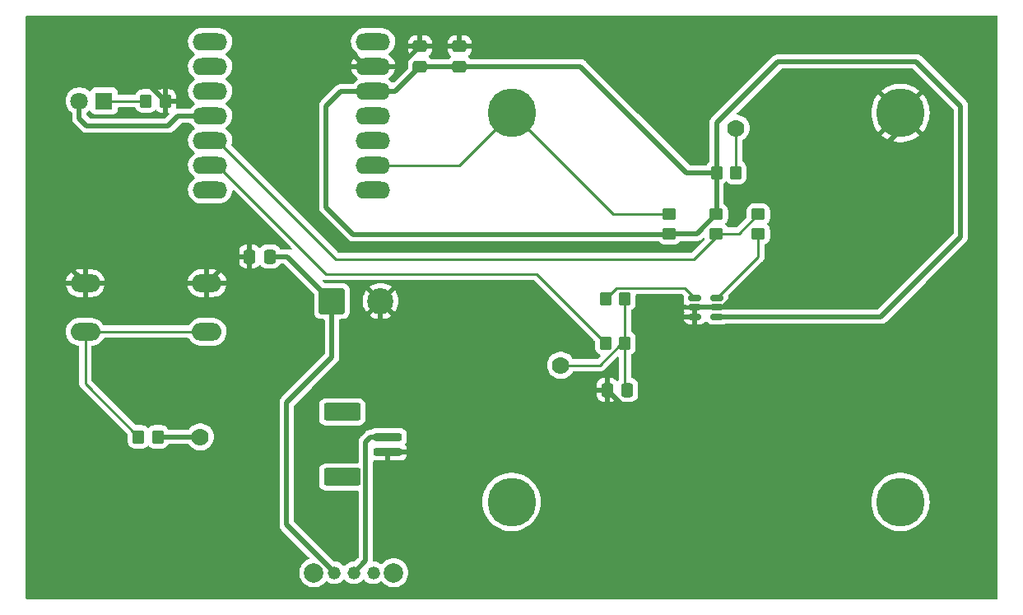
<source format=gbr>
%TF.GenerationSoftware,KiCad,Pcbnew,7.0.9*%
%TF.CreationDate,2024-02-01T23:09:16-08:00*%
%TF.ProjectId,Sensing Device,53656e73-696e-4672-9044-65766963652e,rev?*%
%TF.SameCoordinates,Original*%
%TF.FileFunction,Copper,L1,Top*%
%TF.FilePolarity,Positive*%
%FSLAX46Y46*%
G04 Gerber Fmt 4.6, Leading zero omitted, Abs format (unit mm)*
G04 Created by KiCad (PCBNEW 7.0.9) date 2024-02-01 23:09:16*
%MOMM*%
%LPD*%
G01*
G04 APERTURE LIST*
G04 Aperture macros list*
%AMRoundRect*
0 Rectangle with rounded corners*
0 $1 Rounding radius*
0 $2 $3 $4 $5 $6 $7 $8 $9 X,Y pos of 4 corners*
0 Add a 4 corners polygon primitive as box body*
4,1,4,$2,$3,$4,$5,$6,$7,$8,$9,$2,$3,0*
0 Add four circle primitives for the rounded corners*
1,1,$1+$1,$2,$3*
1,1,$1+$1,$4,$5*
1,1,$1+$1,$6,$7*
1,1,$1+$1,$8,$9*
0 Add four rect primitives between the rounded corners*
20,1,$1+$1,$2,$3,$4,$5,0*
20,1,$1+$1,$4,$5,$6,$7,0*
20,1,$1+$1,$6,$7,$8,$9,0*
20,1,$1+$1,$8,$9,$2,$3,0*%
G04 Aperture macros list end*
%TA.AperFunction,SMDPad,CuDef*%
%ADD10RoundRect,0.250000X0.337500X0.475000X-0.337500X0.475000X-0.337500X-0.475000X0.337500X-0.475000X0*%
%TD*%
%TA.AperFunction,ComponentPad*%
%ADD11O,3.048000X1.850000*%
%TD*%
%TA.AperFunction,ComponentPad*%
%ADD12C,1.320800*%
%TD*%
%TA.AperFunction,ComponentPad*%
%ADD13C,2.006600*%
%TD*%
%TA.AperFunction,ComponentPad*%
%ADD14O,3.556000X1.778000*%
%TD*%
%TA.AperFunction,ComponentPad*%
%ADD15RoundRect,0.250001X-1.099999X-1.099999X1.099999X-1.099999X1.099999X1.099999X-1.099999X1.099999X0*%
%TD*%
%TA.AperFunction,ComponentPad*%
%ADD16C,2.700000*%
%TD*%
%TA.AperFunction,SMDPad,CuDef*%
%ADD17RoundRect,0.150000X-0.512500X-0.150000X0.512500X-0.150000X0.512500X0.150000X-0.512500X0.150000X0*%
%TD*%
%TA.AperFunction,SMDPad,CuDef*%
%ADD18RoundRect,0.250000X-0.350000X-0.450000X0.350000X-0.450000X0.350000X0.450000X-0.350000X0.450000X0*%
%TD*%
%TA.AperFunction,SMDPad,CuDef*%
%ADD19RoundRect,0.250000X0.450000X-0.350000X0.450000X0.350000X-0.450000X0.350000X-0.450000X-0.350000X0*%
%TD*%
%TA.AperFunction,SMDPad,CuDef*%
%ADD20RoundRect,0.250000X0.475000X-0.337500X0.475000X0.337500X-0.475000X0.337500X-0.475000X-0.337500X0*%
%TD*%
%TA.AperFunction,SMDPad,CuDef*%
%ADD21RoundRect,0.250000X-1.650000X0.650000X-1.650000X-0.650000X1.650000X-0.650000X1.650000X0.650000X0*%
%TD*%
%TA.AperFunction,SMDPad,CuDef*%
%ADD22RoundRect,0.200000X-1.250000X0.200000X-1.250000X-0.200000X1.250000X-0.200000X1.250000X0.200000X0*%
%TD*%
%TA.AperFunction,SMDPad,CuDef*%
%ADD23RoundRect,0.250000X-0.450000X0.350000X-0.450000X-0.350000X0.450000X-0.350000X0.450000X0.350000X0*%
%TD*%
%TA.AperFunction,SMDPad,CuDef*%
%ADD24RoundRect,0.250000X0.350000X0.450000X-0.350000X0.450000X-0.350000X-0.450000X0.350000X-0.450000X0*%
%TD*%
%TA.AperFunction,ComponentPad*%
%ADD25C,5.000000*%
%TD*%
%TA.AperFunction,ComponentPad*%
%ADD26C,1.800000*%
%TD*%
%TA.AperFunction,ComponentPad*%
%ADD27R,1.800000X1.800000*%
%TD*%
%TA.AperFunction,ViaPad*%
%ADD28C,1.778000*%
%TD*%
%TA.AperFunction,Conductor*%
%ADD29C,0.500000*%
%TD*%
%TA.AperFunction,Conductor*%
%ADD30C,0.254000*%
%TD*%
G04 APERTURE END LIST*
D10*
%TO.P,C4,1*%
%TO.N,VCC*%
X85133000Y-64770000D03*
%TO.P,C4,2*%
%TO.N,GND*%
X83058000Y-64770000D03*
%TD*%
D11*
%TO.P,SW1,1,A*%
%TO.N,GND*%
X66150000Y-67500000D03*
X78650000Y-67500000D03*
%TO.P,SW1,2,B*%
%TO.N,/Button*%
X66150000Y-72500000D03*
X78650000Y-72500000D03*
%TD*%
D12*
%TO.P,SW2,1,A*%
%TO.N,VCC*%
X91764099Y-97282000D03*
%TO.P,SW2,2,B*%
%TO.N,Net-(BT1-+)*%
X93764100Y-97282000D03*
%TO.P,SW2,3,C*%
%TO.N,unconnected-(SW2-C-Pad3)*%
X95764101Y-97282000D03*
D13*
%TO.P,SW2,4*%
%TO.N,N/C*%
X89662000Y-97282000D03*
%TO.P,SW2,5*%
X97866200Y-97282000D03*
%TD*%
D14*
%TO.P,U1,14,GPIO44_D7_RX*%
%TO.N,unconnected-(U1-GPIO44_D7_RX-Pad14)*%
X95758000Y-57912000D03*
%TO.P,U1,13,GPIO7_A8_D8_SCK*%
%TO.N,/Id*%
X95758000Y-55372000D03*
%TO.P,U1,12,GPIO8_A9_D9_CIPO*%
%TO.N,unconnected-(U1-GPIO8_A9_D9_CIPO-Pad12)*%
X95758000Y-52832000D03*
%TO.P,U1,11,GPIO9_A10_D10_COPI*%
%TO.N,unconnected-(U1-GPIO9_A10_D10_COPI-Pad11)*%
X95758000Y-50292000D03*
%TO.P,U1,10,3V3*%
%TO.N,/3V3*%
X95758000Y-47752000D03*
%TO.P,U1,9,GND*%
%TO.N,GND*%
X95758000Y-45212000D03*
%TO.P,U1,8,5V*%
%TO.N,unconnected-(U1-5V-Pad8)*%
X95758000Y-42672000D03*
%TO.P,U1,7,GPIO43_TX_D6*%
%TO.N,unconnected-(U1-GPIO43_TX_D6-Pad7)*%
X78994000Y-57912000D03*
%TO.P,U1,6,GPIO6_A5_D5_SCL*%
%TO.N,/SCL_XIAO*%
X78994000Y-55372000D03*
%TO.P,U1,5,GPIO4_A3_D3_SDA*%
%TO.N,/SDA_XIAO*%
X78994000Y-52832000D03*
%TO.P,U1,4,GPIO4_A3_D3*%
%TO.N,/LED*%
X78994000Y-50292000D03*
%TO.P,U1,3,GPIO3_A2_D2*%
%TO.N,unconnected-(U1-GPIO3_A2_D2-Pad3)*%
X78994000Y-47752000D03*
%TO.P,U1,2,GPIO2_A1_D1*%
%TO.N,unconnected-(U1-GPIO2_A1_D1-Pad2)*%
X78994000Y-45212000D03*
%TO.P,U1,1,GPIO1_A0_D0*%
%TO.N,/Button*%
X78994000Y-42672000D03*
%TD*%
D15*
%TO.P,J1,1,Pin_1*%
%TO.N,VCC*%
X91520000Y-69342000D03*
D16*
%TO.P,J1,2,Pin_2*%
%TO.N,GND*%
X96520000Y-69342000D03*
%TD*%
D17*
%TO.P,U2,1,SCL/INT*%
%TO.N,/SCL_TLV*%
X128862500Y-69050000D03*
%TO.P,U2,2,GND*%
%TO.N,GND*%
X128862500Y-70000000D03*
%TO.P,U2,3,GND*%
X128862500Y-70950000D03*
%TO.P,U2,4,VDD*%
%TO.N,/3V3*%
X131137500Y-70950000D03*
%TO.P,U2,5,GND*%
%TO.N,GND*%
X131137500Y-70000000D03*
%TO.P,U2,6,SDA/ADDR*%
%TO.N,/SDA_TLV*%
X131137500Y-69050000D03*
%TD*%
D18*
%TO.P,R7,2*%
%TO.N,Net-(C1-Pad1)*%
X121666000Y-69088000D03*
%TO.P,R7,1*%
%TO.N,/SCL_TLV*%
X119666000Y-69088000D03*
%TD*%
D19*
%TO.P,R5,1*%
%TO.N,/SDA_TLV*%
X135382000Y-62415400D03*
%TO.P,R5,2*%
%TO.N,/SDA_XIAO*%
X135382000Y-60415400D03*
%TD*%
D20*
%TO.P,C3,1*%
%TO.N,/3V3*%
X100584000Y-45212000D03*
%TO.P,C3,2*%
%TO.N,GND*%
X100584000Y-43137000D03*
%TD*%
D21*
%TO.P,BT1,MP*%
%TO.N,N/C*%
X92582000Y-87436000D03*
X92582000Y-80736000D03*
D22*
%TO.P,BT1,2,-*%
%TO.N,GND*%
X97282000Y-84836000D03*
%TO.P,BT1,1,+*%
%TO.N,Net-(BT1-+)*%
X97282000Y-83336000D03*
%TD*%
D18*
%TO.P,R8,2*%
%TO.N,Net-(C1-Pad1)*%
X121666000Y-73660000D03*
%TO.P,R8,1*%
%TO.N,/SCL_XIAO*%
X119666000Y-73660000D03*
%TD*%
D23*
%TO.P,R3,1*%
%TO.N,/Id*%
X126238000Y-60415400D03*
%TO.P,R3,2*%
%TO.N,/3V3*%
X126238000Y-62415400D03*
%TD*%
D18*
%TO.P,R1,1*%
%TO.N,/Button*%
X71628000Y-83312000D03*
%TO.P,R1,2*%
%TO.N,/3V3*%
X73628000Y-83312000D03*
%TD*%
D10*
%TO.P,C1,2*%
%TO.N,GND*%
X119845000Y-78486000D03*
%TO.P,C1,1*%
%TO.N,Net-(C1-Pad1)*%
X121920000Y-78486000D03*
%TD*%
D24*
%TO.P,R6,2*%
%TO.N,/3V3*%
X131080000Y-56134000D03*
%TO.P,R6,1*%
%TO.N,Net-(C1-Pad1)*%
X133080000Y-56134000D03*
%TD*%
D18*
%TO.P,R2,1*%
%TO.N,Net-(D1-K)*%
X72390000Y-48768000D03*
%TO.P,R2,2*%
%TO.N,GND*%
X74390000Y-48768000D03*
%TD*%
D19*
%TO.P,R4,1*%
%TO.N,/SDA_XIAO*%
X131064000Y-62415400D03*
%TO.P,R4,2*%
%TO.N,/3V3*%
X131064000Y-60415400D03*
%TD*%
D25*
%TO.P,J2,4*%
%TO.N,N/C*%
X150000000Y-90000000D03*
%TO.P,J2,3*%
X110000000Y-90000000D03*
%TO.P,J2,2,Pin_2*%
%TO.N,GND*%
X150000000Y-50000000D03*
%TO.P,J2,1,Pin_1*%
%TO.N,/Id*%
X110000000Y-50000000D03*
%TD*%
D26*
%TO.P,D1,2,A*%
%TO.N,/LED*%
X65532000Y-48768000D03*
D27*
%TO.P,D1,1,K*%
%TO.N,Net-(D1-K)*%
X68072000Y-48768000D03*
%TD*%
D20*
%TO.P,C2,2*%
%TO.N,GND*%
X104648000Y-43137000D03*
%TO.P,C2,1*%
%TO.N,/3V3*%
X104648000Y-45212000D03*
%TD*%
D28*
%TO.N,Net-(C1-Pad1)*%
X133096000Y-51562000D03*
X115062000Y-75946000D03*
%TO.N,/3V3*%
X77978000Y-83312000D03*
%TD*%
D29*
%TO.N,/3V3*%
X104648000Y-45212000D02*
X117094000Y-45212000D01*
X117094000Y-45212000D02*
X128016000Y-56134000D01*
X128016000Y-56134000D02*
X131080000Y-56134000D01*
X131080000Y-51038000D02*
X137414000Y-44704000D01*
X131080000Y-56134000D02*
X131080000Y-51038000D01*
X151638000Y-44704000D02*
X156210000Y-49276000D01*
X137414000Y-44704000D02*
X151638000Y-44704000D01*
X100584000Y-45212000D02*
X104648000Y-45212000D01*
X94996000Y-47752000D02*
X98044000Y-47752000D01*
X98044000Y-47752000D02*
X100584000Y-45212000D01*
%TO.N,GND*%
X100584000Y-43137000D02*
X104648000Y-43137000D01*
X94996000Y-45212000D02*
X98509000Y-45212000D01*
X98509000Y-45212000D02*
X100584000Y-43137000D01*
%TO.N,/LED*%
X74676000Y-51308000D02*
X75692000Y-50292000D01*
X66294000Y-51308000D02*
X74676000Y-51308000D01*
X65532000Y-48768000D02*
X65532000Y-50546000D01*
X65532000Y-50546000D02*
X66294000Y-51308000D01*
X75692000Y-50292000D02*
X79756000Y-50292000D01*
%TO.N,VCC*%
X85133000Y-64770000D02*
X86948000Y-64770000D01*
X86948000Y-64770000D02*
X91520000Y-69342000D01*
%TO.N,GND*%
X78650000Y-67500000D02*
X81380000Y-64770000D01*
X81380000Y-64770000D02*
X83058000Y-64770000D01*
X99568000Y-84836000D02*
X101346000Y-83058000D01*
X128862500Y-70000000D02*
X131137500Y-70000000D01*
X96520000Y-74930000D02*
X96520000Y-69342000D01*
X66150000Y-67500000D02*
X78650000Y-67500000D01*
X101346000Y-79756000D02*
X96520000Y-74930000D01*
X97282000Y-84836000D02*
X99568000Y-84836000D01*
X76454000Y-40894000D02*
X90678000Y-40894000D01*
X128862500Y-73255296D02*
X128862500Y-76369500D01*
X128862500Y-70950000D02*
X128862500Y-70000000D01*
X90678000Y-40894000D02*
X94996000Y-45212000D01*
X62230000Y-45720000D02*
X62230000Y-63580000D01*
X122385000Y-81026000D02*
X119845000Y-78486000D01*
X70088000Y-44466000D02*
X74390000Y-48768000D01*
X74390000Y-48768000D02*
X74390000Y-42958000D01*
X131137500Y-70000000D02*
X131799999Y-70000000D01*
X62230000Y-63580000D02*
X66150000Y-67500000D01*
X119845000Y-78486000D02*
X105664000Y-78486000D01*
X101346000Y-83058000D02*
X101346000Y-79756000D01*
X63484000Y-44466000D02*
X70088000Y-44466000D01*
D30*
X150000000Y-51799999D02*
X150000000Y-50000000D01*
D29*
X105664000Y-78486000D02*
X101346000Y-74168000D01*
X128862500Y-76369500D02*
X124206000Y-81026000D01*
X124206000Y-81026000D02*
X122385000Y-81026000D01*
X74390000Y-42958000D02*
X76454000Y-40894000D01*
X101346000Y-74168000D02*
X96520000Y-69342000D01*
X128862500Y-70950000D02*
X128862500Y-73255296D01*
X131799999Y-70000000D02*
X150000000Y-51799999D01*
X63484000Y-44466000D02*
X62230000Y-45720000D01*
%TO.N,Net-(BT1-+)*%
X94996000Y-96050100D02*
X94996000Y-83820000D01*
X93764100Y-97282000D02*
X94996000Y-96050100D01*
X95480000Y-83336000D02*
X97282000Y-83336000D01*
X94996000Y-83820000D02*
X95480000Y-83336000D01*
%TO.N,VCC*%
X86868000Y-79756000D02*
X86868000Y-92356355D01*
X91520000Y-69342000D02*
X91520000Y-75104000D01*
X86868000Y-92356355D02*
X91764099Y-97252454D01*
X91764099Y-97252454D02*
X91764099Y-97282000D01*
X91520000Y-75104000D02*
X86868000Y-79756000D01*
D30*
%TO.N,Net-(D1-K)*%
X68072000Y-48768000D02*
X72390000Y-48768000D01*
%TO.N,Net-(C1-Pad1)*%
X121666000Y-78232000D02*
X121920000Y-78486000D01*
X121666000Y-75946000D02*
X121666000Y-78232000D01*
X121666000Y-69088000D02*
X121666000Y-75946000D01*
X119079296Y-75946000D02*
X121158000Y-73867296D01*
X133096000Y-51562000D02*
X133080000Y-51578000D01*
X115062000Y-75946000D02*
X119079296Y-75946000D01*
X133080000Y-51578000D02*
X133080000Y-56134000D01*
%TO.N,/Id*%
X120415400Y-60415400D02*
X110000000Y-50000000D01*
X104628000Y-55372000D02*
X110000000Y-50000000D01*
X126238000Y-60415400D02*
X120415400Y-60415400D01*
X94996000Y-55372000D02*
X104628000Y-55372000D01*
%TO.N,/Button*%
X66150000Y-72500000D02*
X66150000Y-77834000D01*
X66150000Y-77834000D02*
X71628000Y-83312000D01*
X66150000Y-72500000D02*
X78650000Y-72500000D01*
D29*
%TO.N,/3V3*%
X94996000Y-47752000D02*
X92456000Y-47752000D01*
X156210000Y-62738000D02*
X147998000Y-70950000D01*
X147998000Y-70950000D02*
X131137500Y-70950000D01*
X156210000Y-49276000D02*
X156210000Y-62738000D01*
X131080000Y-56134000D02*
X131080000Y-60399400D01*
X90932000Y-49276000D02*
X90932000Y-59690000D01*
X126238000Y-62415400D02*
X129064000Y-62415400D01*
D30*
X125588180Y-62484000D02*
X125878790Y-62774610D01*
D29*
X129064000Y-62415400D02*
X131064000Y-60415400D01*
X93726000Y-62484000D02*
X125588180Y-62484000D01*
X92456000Y-47752000D02*
X90932000Y-49276000D01*
X90932000Y-59690000D02*
X93726000Y-62484000D01*
X73628000Y-83312000D02*
X77978000Y-83312000D01*
D30*
X131080000Y-60399400D02*
X131064000Y-60415400D01*
%TO.N,/SDA_XIAO*%
X91948000Y-65024000D02*
X128778000Y-65024000D01*
X131064000Y-62738000D02*
X131064000Y-62415400D01*
X79756000Y-52832000D02*
X91948000Y-65024000D01*
X128778000Y-65024000D02*
X131064000Y-62738000D01*
X133382000Y-62415400D02*
X135382000Y-60415400D01*
X131064000Y-62415400D02*
X133382000Y-62415400D01*
%TO.N,/SDA_TLV*%
X135382000Y-64805500D02*
X135382000Y-62415400D01*
X131137500Y-69050000D02*
X135382000Y-64805500D01*
%TO.N,/SCL_TLV*%
X127819500Y-68007000D02*
X120747000Y-68007000D01*
X128862500Y-69050000D02*
X127819500Y-68007000D01*
X120747000Y-68007000D02*
X119666000Y-69088000D01*
%TO.N,/SCL_XIAO*%
X112554000Y-66548000D02*
X119666000Y-73660000D01*
X90932000Y-66548000D02*
X112554000Y-66548000D01*
X79756000Y-55372000D02*
X90932000Y-66548000D01*
%TD*%
%TA.AperFunction,Conductor*%
%TO.N,GND*%
G36*
X159942539Y-40020185D02*
G01*
X159988294Y-40072989D01*
X159999500Y-40124500D01*
X159999500Y-99875500D01*
X159979815Y-99942539D01*
X159927011Y-99988294D01*
X159875500Y-99999500D01*
X60124500Y-99999500D01*
X60057461Y-99979815D01*
X60011706Y-99927011D01*
X60000500Y-99875500D01*
X60000500Y-72439281D01*
X64121635Y-72439281D01*
X64131933Y-72681715D01*
X64131933Y-72681719D01*
X64183056Y-72918929D01*
X64183057Y-72918932D01*
X64266867Y-73127500D01*
X64273532Y-73144086D01*
X64299639Y-73186486D01*
X64400757Y-73350713D01*
X64561075Y-73532869D01*
X64561079Y-73532873D01*
X64749870Y-73685311D01*
X64961709Y-73803652D01*
X64961712Y-73803653D01*
X65190507Y-73884491D01*
X65190513Y-73884492D01*
X65419456Y-73923749D01*
X65482205Y-73954480D01*
X65518377Y-74014257D01*
X65522500Y-74045965D01*
X65522500Y-77751032D01*
X65520772Y-77766681D01*
X65521054Y-77766708D01*
X65520319Y-77774475D01*
X65522500Y-77843859D01*
X65522500Y-77873477D01*
X65523371Y-77880380D01*
X65523829Y-77886199D01*
X65525298Y-77932942D01*
X65530916Y-77952275D01*
X65534862Y-77971329D01*
X65537383Y-77991287D01*
X65537386Y-77991299D01*
X65554595Y-78034765D01*
X65556487Y-78040293D01*
X65569530Y-78085187D01*
X65569530Y-78085188D01*
X65579777Y-78102515D01*
X65588335Y-78119985D01*
X65595745Y-78138701D01*
X65623229Y-78176529D01*
X65626437Y-78181413D01*
X65650234Y-78221652D01*
X65650240Y-78221660D01*
X65664469Y-78235888D01*
X65677109Y-78250687D01*
X65688934Y-78266964D01*
X65688936Y-78266965D01*
X65688937Y-78266967D01*
X65724957Y-78296765D01*
X65729268Y-78300687D01*
X68864582Y-81436001D01*
X70491181Y-83062600D01*
X70524666Y-83123923D01*
X70527500Y-83150281D01*
X70527500Y-83812001D01*
X70527501Y-83812019D01*
X70538000Y-83914796D01*
X70538001Y-83914799D01*
X70586945Y-84062500D01*
X70593186Y-84081334D01*
X70685288Y-84230656D01*
X70809344Y-84354712D01*
X70958666Y-84446814D01*
X71125203Y-84501999D01*
X71227991Y-84512500D01*
X72028008Y-84512499D01*
X72028016Y-84512498D01*
X72028019Y-84512498D01*
X72084302Y-84506748D01*
X72130797Y-84501999D01*
X72297334Y-84446814D01*
X72446656Y-84354712D01*
X72540319Y-84261049D01*
X72601642Y-84227564D01*
X72671334Y-84232548D01*
X72715681Y-84261049D01*
X72809344Y-84354712D01*
X72958666Y-84446814D01*
X73125203Y-84501999D01*
X73227991Y-84512500D01*
X74028008Y-84512499D01*
X74028016Y-84512498D01*
X74028019Y-84512498D01*
X74084302Y-84506748D01*
X74130797Y-84501999D01*
X74297334Y-84446814D01*
X74446656Y-84354712D01*
X74570712Y-84230656D01*
X74638099Y-84121402D01*
X74690047Y-84074679D01*
X74743638Y-84062500D01*
X76741455Y-84062500D01*
X76808494Y-84082185D01*
X76845264Y-84118679D01*
X76877728Y-84168370D01*
X76918102Y-84212227D01*
X77033692Y-84337792D01*
X77215411Y-84479229D01*
X77417931Y-84588828D01*
X77531025Y-84627653D01*
X77635725Y-84663597D01*
X77635727Y-84663597D01*
X77635729Y-84663598D01*
X77862863Y-84701500D01*
X77862864Y-84701500D01*
X78093136Y-84701500D01*
X78093137Y-84701500D01*
X78320271Y-84663598D01*
X78538069Y-84588828D01*
X78740589Y-84479229D01*
X78922308Y-84337792D01*
X79078269Y-84168373D01*
X79204217Y-83975595D01*
X79296717Y-83764716D01*
X79353246Y-83541488D01*
X79361697Y-83439493D01*
X79372262Y-83312005D01*
X79372262Y-83311994D01*
X79359584Y-83159008D01*
X79353246Y-83082512D01*
X79296717Y-82859284D01*
X79204217Y-82648405D01*
X79190249Y-82627026D01*
X79078271Y-82455629D01*
X79023780Y-82396436D01*
X78922308Y-82286208D01*
X78854036Y-82233070D01*
X78740591Y-82144772D01*
X78538069Y-82035172D01*
X78538061Y-82035169D01*
X78320274Y-81960402D01*
X78149920Y-81931975D01*
X78093137Y-81922500D01*
X77862863Y-81922500D01*
X77817436Y-81930080D01*
X77635725Y-81960402D01*
X77417938Y-82035169D01*
X77417930Y-82035172D01*
X77215408Y-82144772D01*
X77033694Y-82286206D01*
X77033689Y-82286211D01*
X76877728Y-82455629D01*
X76845264Y-82505321D01*
X76792117Y-82550678D01*
X76741455Y-82561500D01*
X74743638Y-82561500D01*
X74676599Y-82541815D01*
X74638099Y-82502597D01*
X74631885Y-82492522D01*
X74570712Y-82393344D01*
X74446656Y-82269288D01*
X74297334Y-82177186D01*
X74130797Y-82122001D01*
X74130795Y-82122000D01*
X74028010Y-82111500D01*
X73227998Y-82111500D01*
X73227980Y-82111501D01*
X73125203Y-82122000D01*
X73125200Y-82122001D01*
X72958668Y-82177185D01*
X72958663Y-82177187D01*
X72809342Y-82269289D01*
X72715681Y-82362951D01*
X72654358Y-82396436D01*
X72584666Y-82391452D01*
X72540319Y-82362951D01*
X72446657Y-82269289D01*
X72446656Y-82269288D01*
X72297334Y-82177186D01*
X72130797Y-82122001D01*
X72130795Y-82122000D01*
X72028016Y-82111500D01*
X72028009Y-82111500D01*
X71366281Y-82111500D01*
X71299242Y-82091815D01*
X71278600Y-82075181D01*
X66813819Y-77610400D01*
X66780334Y-77549077D01*
X66777500Y-77522719D01*
X66777500Y-74042122D01*
X66797185Y-73975083D01*
X66849989Y-73929328D01*
X66890984Y-73918569D01*
X66910750Y-73916886D01*
X66990775Y-73910076D01*
X66990775Y-73910075D01*
X66990782Y-73910075D01*
X67225608Y-73848931D01*
X67225611Y-73848930D01*
X67446713Y-73748986D01*
X67446716Y-73748983D01*
X67446723Y-73748981D01*
X67647765Y-73613100D01*
X67822952Y-73445197D01*
X67967244Y-73250102D01*
X67994685Y-73195676D01*
X68042442Y-73144676D01*
X68105408Y-73127500D01*
X76694049Y-73127500D01*
X76761088Y-73147185D01*
X76799639Y-73186486D01*
X76900757Y-73350713D01*
X77061075Y-73532869D01*
X77061079Y-73532873D01*
X77249870Y-73685311D01*
X77461709Y-73803652D01*
X77461712Y-73803653D01*
X77690507Y-73884491D01*
X77690513Y-73884492D01*
X77929662Y-73925499D01*
X77929670Y-73925499D01*
X77929672Y-73925500D01*
X77929673Y-73925500D01*
X79309559Y-73925500D01*
X79490775Y-73910076D01*
X79490775Y-73910075D01*
X79490782Y-73910075D01*
X79725608Y-73848931D01*
X79725611Y-73848930D01*
X79946713Y-73748986D01*
X79946716Y-73748983D01*
X79946723Y-73748981D01*
X80147765Y-73613100D01*
X80322952Y-73445197D01*
X80467244Y-73250102D01*
X80576488Y-73033429D01*
X80647543Y-72801409D01*
X80678365Y-72560719D01*
X80676855Y-72525185D01*
X80668066Y-72318284D01*
X80668066Y-72318280D01*
X80642271Y-72198591D01*
X80616944Y-72081072D01*
X80526468Y-71855914D01*
X80399242Y-71649286D01*
X80238925Y-71467131D01*
X80238924Y-71467130D01*
X80238920Y-71467126D01*
X80050129Y-71314688D01*
X79838290Y-71196347D01*
X79609500Y-71115511D01*
X79609486Y-71115507D01*
X79370337Y-71074500D01*
X79370328Y-71074500D01*
X77990446Y-71074500D01*
X77990441Y-71074500D01*
X77809224Y-71089923D01*
X77809222Y-71089924D01*
X77574391Y-71151068D01*
X77574388Y-71151069D01*
X77353286Y-71251013D01*
X77353274Y-71251020D01*
X77152234Y-71386900D01*
X77152232Y-71386902D01*
X76977047Y-71554803D01*
X76977046Y-71554804D01*
X76832758Y-71749893D01*
X76832753Y-71749901D01*
X76805315Y-71804324D01*
X76757558Y-71855324D01*
X76694592Y-71872500D01*
X68105951Y-71872500D01*
X68038912Y-71852815D01*
X68000361Y-71813514D01*
X67959774Y-71747597D01*
X67899242Y-71649286D01*
X67738925Y-71467131D01*
X67738924Y-71467130D01*
X67738920Y-71467126D01*
X67550129Y-71314688D01*
X67338290Y-71196347D01*
X67109500Y-71115511D01*
X67109486Y-71115507D01*
X66870337Y-71074500D01*
X66870328Y-71074500D01*
X65490446Y-71074500D01*
X65490441Y-71074500D01*
X65309224Y-71089923D01*
X65309222Y-71089924D01*
X65074391Y-71151068D01*
X65074388Y-71151069D01*
X64853286Y-71251013D01*
X64853274Y-71251020D01*
X64652234Y-71386900D01*
X64652232Y-71386902D01*
X64477047Y-71554803D01*
X64477046Y-71554804D01*
X64332758Y-71749893D01*
X64223515Y-71966565D01*
X64223512Y-71966571D01*
X64152456Y-72198594D01*
X64121635Y-72439281D01*
X60000500Y-72439281D01*
X60000500Y-67249999D01*
X64146377Y-67249999D01*
X64146378Y-67250000D01*
X65549272Y-67250000D01*
X65526900Y-67297543D01*
X65496127Y-67458862D01*
X65506439Y-67622766D01*
X65547780Y-67750000D01*
X64147161Y-67750000D01*
X64183536Y-67918782D01*
X64183537Y-67918785D01*
X64273978Y-68143856D01*
X64401161Y-68350415D01*
X64561422Y-68532507D01*
X64561426Y-68532511D01*
X64750144Y-68684890D01*
X64750150Y-68684894D01*
X64961917Y-68803194D01*
X65190629Y-68884003D01*
X65190637Y-68884005D01*
X65429706Y-68924999D01*
X65429715Y-68925000D01*
X65900000Y-68925000D01*
X65900000Y-68104310D01*
X65908817Y-68109158D01*
X66067886Y-68150000D01*
X66190894Y-68150000D01*
X66312933Y-68134583D01*
X66400000Y-68100110D01*
X66400000Y-68925000D01*
X66809539Y-68925000D01*
X66990692Y-68909582D01*
X67225440Y-68848458D01*
X67446472Y-68748546D01*
X67446480Y-68748541D01*
X67647450Y-68612708D01*
X67647453Y-68612706D01*
X67822575Y-68444864D01*
X67822576Y-68444863D01*
X67966813Y-68249843D01*
X68076021Y-68033242D01*
X68147053Y-67801299D01*
X68153622Y-67750000D01*
X66750728Y-67750000D01*
X66773100Y-67702457D01*
X66803873Y-67541138D01*
X66793561Y-67377234D01*
X66752220Y-67250000D01*
X68152839Y-67250000D01*
X68152839Y-67249999D01*
X76646377Y-67249999D01*
X76646378Y-67250000D01*
X78049272Y-67250000D01*
X78026900Y-67297543D01*
X77996127Y-67458862D01*
X78006439Y-67622766D01*
X78047780Y-67750000D01*
X76647161Y-67750000D01*
X76683536Y-67918782D01*
X76683537Y-67918785D01*
X76773978Y-68143856D01*
X76901161Y-68350415D01*
X77061422Y-68532507D01*
X77061426Y-68532511D01*
X77250144Y-68684890D01*
X77250150Y-68684894D01*
X77461917Y-68803194D01*
X77690629Y-68884003D01*
X77690637Y-68884005D01*
X77929706Y-68924999D01*
X77929715Y-68925000D01*
X78400000Y-68925000D01*
X78400000Y-68104310D01*
X78408817Y-68109158D01*
X78567886Y-68150000D01*
X78690894Y-68150000D01*
X78812933Y-68134583D01*
X78900000Y-68100110D01*
X78900000Y-68925000D01*
X79309539Y-68925000D01*
X79490692Y-68909582D01*
X79725440Y-68848458D01*
X79946472Y-68748546D01*
X79946480Y-68748541D01*
X80147450Y-68612708D01*
X80147453Y-68612706D01*
X80322575Y-68444864D01*
X80322576Y-68444863D01*
X80466813Y-68249843D01*
X80576021Y-68033242D01*
X80647053Y-67801299D01*
X80653622Y-67750000D01*
X79250728Y-67750000D01*
X79273100Y-67702457D01*
X79303873Y-67541138D01*
X79293561Y-67377234D01*
X79252220Y-67250000D01*
X80652839Y-67250000D01*
X80616463Y-67081217D01*
X80616462Y-67081214D01*
X80526021Y-66856143D01*
X80398838Y-66649584D01*
X80238577Y-66467492D01*
X80238573Y-66467488D01*
X80049855Y-66315109D01*
X80049849Y-66315105D01*
X79838082Y-66196805D01*
X79609370Y-66115996D01*
X79609362Y-66115994D01*
X79370293Y-66075000D01*
X78900000Y-66075000D01*
X78900000Y-66895689D01*
X78891183Y-66890842D01*
X78732114Y-66850000D01*
X78609106Y-66850000D01*
X78487067Y-66865417D01*
X78400000Y-66899889D01*
X78400000Y-66075000D01*
X77990461Y-66075000D01*
X77809307Y-66090417D01*
X77574559Y-66151541D01*
X77353527Y-66251453D01*
X77353519Y-66251458D01*
X77152549Y-66387291D01*
X77152546Y-66387293D01*
X76977424Y-66555135D01*
X76977423Y-66555136D01*
X76833186Y-66750156D01*
X76723978Y-66966757D01*
X76652946Y-67198700D01*
X76646377Y-67249999D01*
X68152839Y-67249999D01*
X68116463Y-67081217D01*
X68116462Y-67081214D01*
X68026021Y-66856143D01*
X67898838Y-66649584D01*
X67738577Y-66467492D01*
X67738573Y-66467488D01*
X67549855Y-66315109D01*
X67549849Y-66315105D01*
X67338082Y-66196805D01*
X67109370Y-66115996D01*
X67109362Y-66115994D01*
X66870293Y-66075000D01*
X66400000Y-66075000D01*
X66400000Y-66895689D01*
X66391183Y-66890842D01*
X66232114Y-66850000D01*
X66109106Y-66850000D01*
X65987067Y-66865417D01*
X65900000Y-66899889D01*
X65900000Y-66075000D01*
X65490461Y-66075000D01*
X65309307Y-66090417D01*
X65074559Y-66151541D01*
X64853527Y-66251453D01*
X64853519Y-66251458D01*
X64652549Y-66387291D01*
X64652546Y-66387293D01*
X64477424Y-66555135D01*
X64477423Y-66555136D01*
X64333186Y-66750156D01*
X64223978Y-66966757D01*
X64152946Y-67198700D01*
X64146377Y-67249999D01*
X60000500Y-67249999D01*
X60000500Y-65020000D01*
X81970501Y-65020000D01*
X81970501Y-65294986D01*
X81980994Y-65397697D01*
X82036141Y-65564119D01*
X82036143Y-65564124D01*
X82128184Y-65713345D01*
X82252154Y-65837315D01*
X82401375Y-65929356D01*
X82401380Y-65929358D01*
X82567802Y-65984505D01*
X82567809Y-65984506D01*
X82670519Y-65994999D01*
X82807999Y-65994999D01*
X82808000Y-65994998D01*
X82808000Y-65020000D01*
X81970501Y-65020000D01*
X60000500Y-65020000D01*
X60000500Y-64520000D01*
X81970500Y-64520000D01*
X82808000Y-64520000D01*
X82808000Y-63545000D01*
X82670527Y-63545000D01*
X82670512Y-63545001D01*
X82567802Y-63555494D01*
X82401380Y-63610641D01*
X82401375Y-63610643D01*
X82252154Y-63702684D01*
X82128184Y-63826654D01*
X82036143Y-63975875D01*
X82036141Y-63975880D01*
X81980994Y-64142302D01*
X81980993Y-64142309D01*
X81970500Y-64245013D01*
X81970500Y-64520000D01*
X60000500Y-64520000D01*
X60000500Y-48768006D01*
X64126700Y-48768006D01*
X64145864Y-48999297D01*
X64145866Y-48999308D01*
X64202842Y-49224300D01*
X64296075Y-49436848D01*
X64423016Y-49631147D01*
X64423019Y-49631151D01*
X64423021Y-49631153D01*
X64580216Y-49801913D01*
X64733662Y-49921344D01*
X64774475Y-49978055D01*
X64781500Y-50019198D01*
X64781500Y-50482294D01*
X64780191Y-50500263D01*
X64776710Y-50524025D01*
X64781264Y-50576064D01*
X64781500Y-50581470D01*
X64781500Y-50589709D01*
X64785306Y-50622274D01*
X64792000Y-50698791D01*
X64793461Y-50705867D01*
X64793403Y-50705878D01*
X64795034Y-50713237D01*
X64795092Y-50713224D01*
X64796757Y-50720250D01*
X64823025Y-50792424D01*
X64847185Y-50865331D01*
X64850236Y-50871874D01*
X64850182Y-50871898D01*
X64853470Y-50878688D01*
X64853521Y-50878663D01*
X64856761Y-50885113D01*
X64856762Y-50885114D01*
X64856763Y-50885117D01*
X64865503Y-50898405D01*
X64898965Y-50949283D01*
X64939287Y-51014655D01*
X64943766Y-51020319D01*
X64943719Y-51020356D01*
X64948482Y-51026202D01*
X64948528Y-51026164D01*
X64953173Y-51031700D01*
X65009017Y-51084385D01*
X65718270Y-51793638D01*
X65730051Y-51807270D01*
X65744388Y-51826528D01*
X65784409Y-51860111D01*
X65788397Y-51863766D01*
X65794216Y-51869585D01*
X65794220Y-51869588D01*
X65794223Y-51869591D01*
X65819959Y-51889940D01*
X65878786Y-51939302D01*
X65878787Y-51939302D01*
X65878789Y-51939304D01*
X65884818Y-51943270D01*
X65884785Y-51943319D01*
X65891147Y-51947372D01*
X65891179Y-51947321D01*
X65897319Y-51951108D01*
X65897323Y-51951111D01*
X65932132Y-51967343D01*
X65966941Y-51983575D01*
X65985336Y-51992813D01*
X66035567Y-52018040D01*
X66035569Y-52018040D01*
X66042357Y-52020511D01*
X66042336Y-52020567D01*
X66049455Y-52023042D01*
X66049474Y-52022986D01*
X66056329Y-52025258D01*
X66131562Y-52040791D01*
X66206279Y-52058500D01*
X66206289Y-52058500D01*
X66213452Y-52059338D01*
X66213444Y-52059397D01*
X66220945Y-52060164D01*
X66220951Y-52060105D01*
X66228140Y-52060734D01*
X66228144Y-52060733D01*
X66228145Y-52060734D01*
X66304918Y-52058500D01*
X74612295Y-52058500D01*
X74630265Y-52059809D01*
X74654023Y-52063289D01*
X74706068Y-52058735D01*
X74711470Y-52058500D01*
X74719704Y-52058500D01*
X74719709Y-52058500D01*
X74731327Y-52057141D01*
X74752276Y-52054693D01*
X74765028Y-52053577D01*
X74828797Y-52047999D01*
X74828805Y-52047996D01*
X74835866Y-52046539D01*
X74835878Y-52046598D01*
X74843243Y-52044965D01*
X74843229Y-52044906D01*
X74850246Y-52043241D01*
X74850255Y-52043241D01*
X74922423Y-52016974D01*
X74995334Y-51992814D01*
X74995343Y-51992807D01*
X75001882Y-51989760D01*
X75001908Y-51989816D01*
X75008690Y-51986532D01*
X75008663Y-51986478D01*
X75015106Y-51983240D01*
X75015117Y-51983237D01*
X75079283Y-51941034D01*
X75144656Y-51900712D01*
X75144662Y-51900705D01*
X75150325Y-51896229D01*
X75150363Y-51896277D01*
X75156200Y-51891522D01*
X75156161Y-51891475D01*
X75161696Y-51886830D01*
X75214385Y-51830982D01*
X75966549Y-51078819D01*
X76027872Y-51045334D01*
X76054230Y-51042500D01*
X76866060Y-51042500D01*
X76933099Y-51062185D01*
X76971650Y-51101486D01*
X76983806Y-51121229D01*
X77140075Y-51298785D01*
X77140079Y-51298789D01*
X77324102Y-51447377D01*
X77338892Y-51455639D01*
X77387819Y-51505516D01*
X77402014Y-51573928D01*
X77376970Y-51639155D01*
X77347858Y-51666629D01*
X77228942Y-51747002D01*
X77228932Y-51747010D01*
X77101040Y-51869585D01*
X77058168Y-51910674D01*
X76917524Y-52100838D01*
X76917521Y-52100842D01*
X76811039Y-52312037D01*
X76811036Y-52312043D01*
X76741775Y-52538206D01*
X76711733Y-52772815D01*
X76721770Y-53009125D01*
X76721770Y-53009126D01*
X76771603Y-53240348D01*
X76859791Y-53459816D01*
X76983806Y-53661229D01*
X77140075Y-53838785D01*
X77140079Y-53838789D01*
X77324102Y-53987377D01*
X77338892Y-53995639D01*
X77387819Y-54045516D01*
X77402014Y-54113928D01*
X77376970Y-54179155D01*
X77347858Y-54206629D01*
X77228942Y-54287002D01*
X77228932Y-54287010D01*
X77058168Y-54450674D01*
X76917524Y-54640838D01*
X76917521Y-54640842D01*
X76811039Y-54852037D01*
X76811036Y-54852043D01*
X76741775Y-55078206D01*
X76711733Y-55312815D01*
X76721770Y-55549125D01*
X76721770Y-55549126D01*
X76771603Y-55780348D01*
X76859166Y-55998261D01*
X76859793Y-55999820D01*
X76901572Y-56067673D01*
X76983806Y-56201229D01*
X77140075Y-56378785D01*
X77140079Y-56378789D01*
X77324102Y-56527377D01*
X77338892Y-56535639D01*
X77387819Y-56585516D01*
X77402014Y-56653928D01*
X77376970Y-56719155D01*
X77347858Y-56746629D01*
X77228942Y-56827002D01*
X77228932Y-56827010D01*
X77058168Y-56990674D01*
X76917524Y-57180838D01*
X76917521Y-57180842D01*
X76811039Y-57392037D01*
X76811036Y-57392043D01*
X76741775Y-57618206D01*
X76711733Y-57852815D01*
X76721770Y-58089125D01*
X76721770Y-58089126D01*
X76771603Y-58320348D01*
X76859791Y-58539816D01*
X76983806Y-58741229D01*
X77140075Y-58918785D01*
X77140079Y-58918789D01*
X77324102Y-59067377D01*
X77530594Y-59182730D01*
X77753611Y-59261527D01*
X77753617Y-59261528D01*
X77986726Y-59301499D01*
X77986734Y-59301499D01*
X77986736Y-59301500D01*
X77986737Y-59301500D01*
X79942033Y-59301500D01*
X80118671Y-59286466D01*
X80118674Y-59286465D01*
X80118676Y-59286465D01*
X80347571Y-59226865D01*
X80563102Y-59129439D01*
X80759068Y-58996990D01*
X80929831Y-58833327D01*
X81070478Y-58643159D01*
X81176964Y-58431957D01*
X81246224Y-58205797D01*
X81265924Y-58051949D01*
X81293964Y-57987955D01*
X81352152Y-57949278D01*
X81422013Y-57948199D01*
X81476601Y-57980020D01*
X87366407Y-63869826D01*
X87399892Y-63931149D01*
X87394908Y-64000841D01*
X87353036Y-64056774D01*
X87287572Y-64081191D01*
X87223078Y-64068319D01*
X87206431Y-64059959D01*
X87199645Y-64057489D01*
X87199665Y-64057433D01*
X87192549Y-64054959D01*
X87192531Y-64055015D01*
X87185671Y-64052742D01*
X87157841Y-64046996D01*
X87110434Y-64037207D01*
X87061472Y-64025603D01*
X87035719Y-64019499D01*
X87028547Y-64018661D01*
X87028553Y-64018601D01*
X87021055Y-64017835D01*
X87021050Y-64017895D01*
X87013860Y-64017265D01*
X86937083Y-64019500D01*
X86251558Y-64019500D01*
X86184519Y-63999815D01*
X86146019Y-63960597D01*
X86063212Y-63826344D01*
X85939156Y-63702288D01*
X85789834Y-63610186D01*
X85623297Y-63555001D01*
X85623295Y-63555000D01*
X85520510Y-63544500D01*
X84745498Y-63544500D01*
X84745480Y-63544501D01*
X84642703Y-63555000D01*
X84642700Y-63555001D01*
X84476168Y-63610185D01*
X84476163Y-63610187D01*
X84326842Y-63702289D01*
X84202788Y-63826343D01*
X84202783Y-63826349D01*
X84200741Y-63829661D01*
X84198747Y-63831453D01*
X84198307Y-63832011D01*
X84198211Y-63831935D01*
X84148791Y-63876383D01*
X84079828Y-63887602D01*
X84015747Y-63859755D01*
X83989668Y-63829656D01*
X83987819Y-63826659D01*
X83987816Y-63826655D01*
X83863845Y-63702684D01*
X83714624Y-63610643D01*
X83714619Y-63610641D01*
X83548197Y-63555494D01*
X83548190Y-63555493D01*
X83445486Y-63545000D01*
X83308000Y-63545000D01*
X83308000Y-65994999D01*
X83445472Y-65994999D01*
X83445486Y-65994998D01*
X83548197Y-65984505D01*
X83714619Y-65929358D01*
X83714624Y-65929356D01*
X83863845Y-65837315D01*
X83987818Y-65713342D01*
X83989665Y-65710348D01*
X83991469Y-65708724D01*
X83992298Y-65707677D01*
X83992476Y-65707818D01*
X84041610Y-65663621D01*
X84110573Y-65652396D01*
X84174656Y-65680236D01*
X84200743Y-65710341D01*
X84202788Y-65713656D01*
X84326844Y-65837712D01*
X84476166Y-65929814D01*
X84642703Y-65984999D01*
X84745491Y-65995500D01*
X85520508Y-65995499D01*
X85520516Y-65995498D01*
X85520519Y-65995498D01*
X85576802Y-65989748D01*
X85623297Y-65984999D01*
X85789834Y-65929814D01*
X85939156Y-65837712D01*
X86063212Y-65713656D01*
X86146019Y-65579402D01*
X86197967Y-65532679D01*
X86251558Y-65520500D01*
X86585770Y-65520500D01*
X86652809Y-65540185D01*
X86673451Y-65556819D01*
X89633181Y-68516548D01*
X89666666Y-68577871D01*
X89669500Y-68604229D01*
X89669500Y-70492015D01*
X89680000Y-70594795D01*
X89680001Y-70594796D01*
X89735186Y-70761335D01*
X89735187Y-70761337D01*
X89827286Y-70910651D01*
X89827289Y-70910655D01*
X89951344Y-71034710D01*
X89951348Y-71034713D01*
X90100662Y-71126812D01*
X90100664Y-71126813D01*
X90100666Y-71126814D01*
X90267203Y-71181999D01*
X90369992Y-71192500D01*
X90645500Y-71192500D01*
X90712539Y-71212185D01*
X90758294Y-71264989D01*
X90769500Y-71316500D01*
X90769500Y-74741769D01*
X90749815Y-74808808D01*
X90733181Y-74829450D01*
X86382358Y-79180272D01*
X86368729Y-79192051D01*
X86349468Y-79206390D01*
X86315898Y-79246397D01*
X86312253Y-79250376D01*
X86306409Y-79256222D01*
X86286059Y-79281959D01*
X86236695Y-79340789D01*
X86232729Y-79346819D01*
X86232682Y-79346788D01*
X86228630Y-79353147D01*
X86228679Y-79353177D01*
X86224889Y-79359321D01*
X86192424Y-79428941D01*
X86157960Y-79497566D01*
X86155488Y-79504357D01*
X86155432Y-79504336D01*
X86152960Y-79511450D01*
X86153015Y-79511469D01*
X86150742Y-79518327D01*
X86143518Y-79553315D01*
X86135207Y-79593565D01*
X86122933Y-79645356D01*
X86117498Y-79668286D01*
X86116661Y-79675454D01*
X86116601Y-79675447D01*
X86115835Y-79682945D01*
X86115895Y-79682951D01*
X86115265Y-79690140D01*
X86117500Y-79766916D01*
X86117500Y-92292649D01*
X86116191Y-92310618D01*
X86112710Y-92334380D01*
X86117264Y-92386419D01*
X86117500Y-92391825D01*
X86117500Y-92400064D01*
X86121306Y-92432629D01*
X86128000Y-92509146D01*
X86129461Y-92516222D01*
X86129403Y-92516233D01*
X86131034Y-92523592D01*
X86131092Y-92523579D01*
X86132757Y-92530605D01*
X86159025Y-92602779D01*
X86183185Y-92675686D01*
X86186236Y-92682229D01*
X86186182Y-92682253D01*
X86189470Y-92689043D01*
X86189521Y-92689018D01*
X86192761Y-92695468D01*
X86192762Y-92695469D01*
X86192763Y-92695472D01*
X86234965Y-92759638D01*
X86275287Y-92825010D01*
X86279766Y-92830674D01*
X86279719Y-92830711D01*
X86284482Y-92836557D01*
X86284528Y-92836519D01*
X86289173Y-92842055D01*
X86345018Y-92894741D01*
X89136617Y-95686340D01*
X89170102Y-95747663D01*
X89165118Y-95817355D01*
X89123246Y-95873288D01*
X89096389Y-95888582D01*
X88977177Y-95937960D01*
X88775359Y-96061634D01*
X88775358Y-96061635D01*
X88595365Y-96215365D01*
X88441635Y-96395358D01*
X88441634Y-96395359D01*
X88317960Y-96597177D01*
X88227378Y-96815863D01*
X88172122Y-97046022D01*
X88153550Y-97282000D01*
X88172122Y-97517977D01*
X88227378Y-97748136D01*
X88317960Y-97966822D01*
X88441634Y-98168640D01*
X88441635Y-98168641D01*
X88441636Y-98168643D01*
X88441638Y-98168645D01*
X88595365Y-98348635D01*
X88775355Y-98502362D01*
X88775357Y-98502363D01*
X88775358Y-98502364D01*
X88775359Y-98502365D01*
X88977177Y-98626039D01*
X89195863Y-98716621D01*
X89426026Y-98771878D01*
X89662000Y-98790450D01*
X89897974Y-98771878D01*
X90128137Y-98716621D01*
X90346822Y-98626039D01*
X90548645Y-98502362D01*
X90728635Y-98348635D01*
X90856601Y-98198806D01*
X90915106Y-98160615D01*
X90984974Y-98160116D01*
X91034428Y-98187704D01*
X91061504Y-98212387D01*
X91244425Y-98325647D01*
X91445043Y-98403367D01*
X91656526Y-98442900D01*
X91656528Y-98442900D01*
X91871670Y-98442900D01*
X91871672Y-98442900D01*
X92083155Y-98403367D01*
X92283773Y-98325647D01*
X92466694Y-98212387D01*
X92625690Y-98067444D01*
X92665147Y-98015193D01*
X92721253Y-97973560D01*
X92790965Y-97968867D01*
X92852147Y-98002609D01*
X92863050Y-98015192D01*
X92863053Y-98015196D01*
X92902511Y-98067446D01*
X92902514Y-98067449D01*
X93061502Y-98212385D01*
X93061504Y-98212386D01*
X93061505Y-98212387D01*
X93244426Y-98325647D01*
X93445044Y-98403367D01*
X93656527Y-98442900D01*
X93656529Y-98442900D01*
X93871671Y-98442900D01*
X93871673Y-98442900D01*
X94083156Y-98403367D01*
X94283774Y-98325647D01*
X94466695Y-98212387D01*
X94625691Y-98067444D01*
X94665148Y-98015193D01*
X94721254Y-97973560D01*
X94790966Y-97968867D01*
X94852148Y-98002609D01*
X94863051Y-98015192D01*
X94863054Y-98015196D01*
X94902512Y-98067446D01*
X94902515Y-98067449D01*
X95061503Y-98212385D01*
X95061505Y-98212386D01*
X95061506Y-98212387D01*
X95244427Y-98325647D01*
X95445045Y-98403367D01*
X95656528Y-98442900D01*
X95656530Y-98442900D01*
X95871672Y-98442900D01*
X95871674Y-98442900D01*
X96083157Y-98403367D01*
X96283775Y-98325647D01*
X96466696Y-98212387D01*
X96493771Y-98187704D01*
X96556573Y-98157086D01*
X96625960Y-98165282D01*
X96671599Y-98198807D01*
X96799565Y-98348635D01*
X96979555Y-98502362D01*
X96979557Y-98502363D01*
X96979558Y-98502364D01*
X96979559Y-98502365D01*
X97181377Y-98626039D01*
X97400063Y-98716621D01*
X97630226Y-98771878D01*
X97866200Y-98790450D01*
X98102174Y-98771878D01*
X98332337Y-98716621D01*
X98551022Y-98626039D01*
X98752845Y-98502362D01*
X98932835Y-98348635D01*
X99086562Y-98168645D01*
X99210239Y-97966822D01*
X99300821Y-97748137D01*
X99356078Y-97517974D01*
X99374650Y-97282000D01*
X99356078Y-97046026D01*
X99300821Y-96815863D01*
X99210239Y-96597178D01*
X99210239Y-96597177D01*
X99086565Y-96395359D01*
X99086564Y-96395358D01*
X99086563Y-96395357D01*
X99086562Y-96395355D01*
X98932835Y-96215365D01*
X98752845Y-96061638D01*
X98752843Y-96061636D01*
X98752841Y-96061635D01*
X98752840Y-96061634D01*
X98551022Y-95937960D01*
X98332336Y-95847378D01*
X98102177Y-95792122D01*
X97866200Y-95773550D01*
X97630222Y-95792122D01*
X97400063Y-95847378D01*
X97181377Y-95937960D01*
X96979559Y-96061634D01*
X96979558Y-96061635D01*
X96799565Y-96215365D01*
X96671600Y-96365191D01*
X96613093Y-96403384D01*
X96543225Y-96403882D01*
X96493773Y-96376297D01*
X96466696Y-96351613D01*
X96283775Y-96238353D01*
X96083157Y-96160633D01*
X95871674Y-96121100D01*
X95871672Y-96121100D01*
X95870500Y-96121100D01*
X95869958Y-96120941D01*
X95865965Y-96120571D01*
X95866037Y-96119789D01*
X95803461Y-96101415D01*
X95757706Y-96048611D01*
X95746500Y-95997100D01*
X95746500Y-90000003D01*
X106994415Y-90000003D01*
X107014738Y-90348927D01*
X107014739Y-90348938D01*
X107075428Y-90693127D01*
X107075430Y-90693134D01*
X107175674Y-91027972D01*
X107314107Y-91348895D01*
X107314113Y-91348908D01*
X107488870Y-91651597D01*
X107697584Y-91931949D01*
X107697589Y-91931955D01*
X107756244Y-91994125D01*
X107937442Y-92186183D01*
X108075090Y-92301683D01*
X108205186Y-92410847D01*
X108205194Y-92410853D01*
X108497203Y-92602911D01*
X108497207Y-92602913D01*
X108809549Y-92759777D01*
X109137989Y-92879319D01*
X109478086Y-92959923D01*
X109825241Y-93000500D01*
X109825248Y-93000500D01*
X110174752Y-93000500D01*
X110174759Y-93000500D01*
X110521914Y-92959923D01*
X110862011Y-92879319D01*
X111190451Y-92759777D01*
X111502793Y-92602913D01*
X111794811Y-92410849D01*
X112062558Y-92186183D01*
X112302412Y-91931953D01*
X112511130Y-91651596D01*
X112685889Y-91348904D01*
X112824326Y-91027971D01*
X112924569Y-90693136D01*
X112985262Y-90348927D01*
X113005585Y-90000003D01*
X146994415Y-90000003D01*
X147014738Y-90348927D01*
X147014739Y-90348938D01*
X147075428Y-90693127D01*
X147075430Y-90693134D01*
X147175674Y-91027972D01*
X147314107Y-91348895D01*
X147314113Y-91348908D01*
X147488870Y-91651597D01*
X147697584Y-91931949D01*
X147697589Y-91931955D01*
X147756244Y-91994125D01*
X147937442Y-92186183D01*
X148075090Y-92301683D01*
X148205186Y-92410847D01*
X148205194Y-92410853D01*
X148497203Y-92602911D01*
X148497207Y-92602913D01*
X148809549Y-92759777D01*
X149137989Y-92879319D01*
X149478086Y-92959923D01*
X149825241Y-93000500D01*
X149825248Y-93000500D01*
X150174752Y-93000500D01*
X150174759Y-93000500D01*
X150521914Y-92959923D01*
X150862011Y-92879319D01*
X151190451Y-92759777D01*
X151502793Y-92602913D01*
X151794811Y-92410849D01*
X152062558Y-92186183D01*
X152302412Y-91931953D01*
X152511130Y-91651596D01*
X152685889Y-91348904D01*
X152824326Y-91027971D01*
X152924569Y-90693136D01*
X152985262Y-90348927D01*
X153005585Y-90000000D01*
X152985262Y-89651073D01*
X152985260Y-89651061D01*
X152924571Y-89306872D01*
X152924569Y-89306865D01*
X152824325Y-88972027D01*
X152697801Y-88678712D01*
X152685889Y-88651096D01*
X152544000Y-88405336D01*
X152511129Y-88348402D01*
X152302415Y-88068050D01*
X152302410Y-88068044D01*
X152186433Y-87945117D01*
X152062558Y-87813817D01*
X151914488Y-87689572D01*
X151794813Y-87589152D01*
X151794805Y-87589146D01*
X151502796Y-87397088D01*
X151190458Y-87240226D01*
X151190452Y-87240223D01*
X150862012Y-87120681D01*
X150862009Y-87120680D01*
X150521915Y-87040077D01*
X150478519Y-87035004D01*
X150174759Y-86999500D01*
X149825241Y-86999500D01*
X149521480Y-87035004D01*
X149478085Y-87040077D01*
X149478083Y-87040077D01*
X149137990Y-87120680D01*
X149137987Y-87120681D01*
X148809547Y-87240223D01*
X148809541Y-87240226D01*
X148497203Y-87397088D01*
X148205194Y-87589146D01*
X148205186Y-87589152D01*
X147937442Y-87813817D01*
X147937440Y-87813819D01*
X147697589Y-88068044D01*
X147697584Y-88068050D01*
X147488870Y-88348402D01*
X147314113Y-88651091D01*
X147314107Y-88651104D01*
X147175674Y-88972027D01*
X147075430Y-89306865D01*
X147075428Y-89306872D01*
X147014739Y-89651061D01*
X147014738Y-89651072D01*
X146994415Y-89999996D01*
X146994415Y-90000003D01*
X113005585Y-90000003D01*
X113005585Y-90000000D01*
X112985262Y-89651073D01*
X112985260Y-89651061D01*
X112924571Y-89306872D01*
X112924569Y-89306865D01*
X112824325Y-88972027D01*
X112697801Y-88678712D01*
X112685889Y-88651096D01*
X112544000Y-88405336D01*
X112511129Y-88348402D01*
X112302415Y-88068050D01*
X112302410Y-88068044D01*
X112186433Y-87945117D01*
X112062558Y-87813817D01*
X111914488Y-87689572D01*
X111794813Y-87589152D01*
X111794805Y-87589146D01*
X111502796Y-87397088D01*
X111190458Y-87240226D01*
X111190452Y-87240223D01*
X110862012Y-87120681D01*
X110862009Y-87120680D01*
X110521915Y-87040077D01*
X110478519Y-87035004D01*
X110174759Y-86999500D01*
X109825241Y-86999500D01*
X109521480Y-87035004D01*
X109478085Y-87040077D01*
X109478083Y-87040077D01*
X109137990Y-87120680D01*
X109137987Y-87120681D01*
X108809547Y-87240223D01*
X108809541Y-87240226D01*
X108497203Y-87397088D01*
X108205194Y-87589146D01*
X108205186Y-87589152D01*
X107937442Y-87813817D01*
X107937440Y-87813819D01*
X107697589Y-88068044D01*
X107697584Y-88068050D01*
X107488870Y-88348402D01*
X107314113Y-88651091D01*
X107314107Y-88651104D01*
X107175674Y-88972027D01*
X107075430Y-89306865D01*
X107075428Y-89306872D01*
X107014739Y-89651061D01*
X107014738Y-89651072D01*
X106994415Y-89999996D01*
X106994415Y-90000003D01*
X95746500Y-90000003D01*
X95746500Y-85848753D01*
X95766185Y-85781714D01*
X95818989Y-85735959D01*
X95888147Y-85726015D01*
X95898449Y-85728346D01*
X95898457Y-85728310D01*
X95904898Y-85729591D01*
X95975427Y-85735999D01*
X97031999Y-85735999D01*
X97032000Y-85735998D01*
X97032000Y-85086000D01*
X97532000Y-85086000D01*
X97532000Y-85735999D01*
X98588581Y-85735999D01*
X98659102Y-85729591D01*
X98659107Y-85729590D01*
X98821396Y-85679018D01*
X98966877Y-85591072D01*
X99087072Y-85470877D01*
X99175019Y-85325395D01*
X99225590Y-85163106D01*
X99232000Y-85092572D01*
X99232000Y-85086000D01*
X97532000Y-85086000D01*
X97032000Y-85086000D01*
X97032000Y-84710000D01*
X97051685Y-84642961D01*
X97104489Y-84597206D01*
X97156000Y-84586000D01*
X99231999Y-84586000D01*
X99231999Y-84579417D01*
X99225591Y-84508897D01*
X99225590Y-84508892D01*
X99175018Y-84346603D01*
X99087072Y-84201122D01*
X99059984Y-84174034D01*
X99026499Y-84112711D01*
X99031483Y-84043019D01*
X99059982Y-83998674D01*
X99087472Y-83971185D01*
X99175478Y-83825606D01*
X99226086Y-83663196D01*
X99232500Y-83592616D01*
X99232500Y-83079384D01*
X99226086Y-83008804D01*
X99175478Y-82846394D01*
X99087472Y-82700815D01*
X99087470Y-82700813D01*
X99087469Y-82700811D01*
X98967188Y-82580530D01*
X98945827Y-82567617D01*
X98821606Y-82492522D01*
X98659196Y-82441914D01*
X98659194Y-82441913D01*
X98659192Y-82441913D01*
X98609778Y-82437423D01*
X98588616Y-82435500D01*
X95975384Y-82435500D01*
X95956145Y-82437248D01*
X95904807Y-82441913D01*
X95742393Y-82492522D01*
X95669358Y-82536673D01*
X95618171Y-82567617D01*
X95554023Y-82585500D01*
X95543705Y-82585500D01*
X95525735Y-82584191D01*
X95501972Y-82580710D01*
X95456890Y-82584655D01*
X95449933Y-82585264D01*
X95444532Y-82585500D01*
X95436288Y-82585500D01*
X95403707Y-82589308D01*
X95327199Y-82596001D01*
X95320133Y-82597461D01*
X95320121Y-82597404D01*
X95312754Y-82599038D01*
X95312768Y-82599094D01*
X95305751Y-82600756D01*
X95233573Y-82627026D01*
X95160662Y-82651187D01*
X95154119Y-82654238D01*
X95154094Y-82654186D01*
X95147314Y-82657468D01*
X95147340Y-82657520D01*
X95140881Y-82660764D01*
X95076709Y-82702970D01*
X95011345Y-82743288D01*
X95005677Y-82747770D01*
X95005641Y-82747724D01*
X94999798Y-82752484D01*
X94999835Y-82752528D01*
X94994310Y-82757164D01*
X94941599Y-82813033D01*
X94510358Y-83244272D01*
X94496729Y-83256051D01*
X94477468Y-83270390D01*
X94443898Y-83310397D01*
X94440253Y-83314376D01*
X94434409Y-83320222D01*
X94414059Y-83345959D01*
X94364695Y-83404789D01*
X94360729Y-83410819D01*
X94360682Y-83410788D01*
X94356630Y-83417147D01*
X94356679Y-83417177D01*
X94352889Y-83423321D01*
X94320424Y-83492941D01*
X94285960Y-83561566D01*
X94283488Y-83568357D01*
X94283432Y-83568336D01*
X94280960Y-83575450D01*
X94281015Y-83575469D01*
X94278742Y-83582327D01*
X94276618Y-83592616D01*
X94263207Y-83657565D01*
X94250001Y-83713284D01*
X94245498Y-83732286D01*
X94244661Y-83739454D01*
X94244601Y-83739447D01*
X94243835Y-83746945D01*
X94243895Y-83746951D01*
X94243265Y-83754140D01*
X94245500Y-83830916D01*
X94245500Y-85911500D01*
X94225815Y-85978539D01*
X94173011Y-86024294D01*
X94121500Y-86035500D01*
X90881998Y-86035500D01*
X90881981Y-86035501D01*
X90779203Y-86046000D01*
X90779200Y-86046001D01*
X90612668Y-86101185D01*
X90612663Y-86101187D01*
X90463342Y-86193289D01*
X90339289Y-86317342D01*
X90247187Y-86466663D01*
X90247186Y-86466666D01*
X90192001Y-86633203D01*
X90192001Y-86633204D01*
X90192000Y-86633204D01*
X90181500Y-86735983D01*
X90181500Y-88136001D01*
X90181501Y-88136018D01*
X90192000Y-88238796D01*
X90192001Y-88238799D01*
X90228321Y-88348404D01*
X90247186Y-88405334D01*
X90339288Y-88554656D01*
X90463344Y-88678712D01*
X90612666Y-88770814D01*
X90779203Y-88825999D01*
X90881991Y-88836500D01*
X94121500Y-88836499D01*
X94188539Y-88856184D01*
X94234294Y-88908988D01*
X94245500Y-88960499D01*
X94245500Y-95687870D01*
X94225815Y-95754909D01*
X94209181Y-95775551D01*
X93899951Y-96084781D01*
X93838628Y-96118266D01*
X93812270Y-96121100D01*
X93656527Y-96121100D01*
X93445044Y-96160633D01*
X93318175Y-96209782D01*
X93244428Y-96238352D01*
X93244427Y-96238352D01*
X93061502Y-96351614D01*
X92902514Y-96496550D01*
X92902509Y-96496555D01*
X92863052Y-96548805D01*
X92806943Y-96590440D01*
X92737231Y-96595131D01*
X92676049Y-96561388D01*
X92665146Y-96548805D01*
X92625690Y-96496556D01*
X92625687Y-96496553D01*
X92625684Y-96496550D01*
X92466696Y-96351614D01*
X92426910Y-96326979D01*
X92283773Y-96238353D01*
X92083155Y-96160633D01*
X91871672Y-96121100D01*
X91871670Y-96121100D01*
X91745474Y-96121100D01*
X91678435Y-96101415D01*
X91657793Y-96084781D01*
X87654819Y-92081806D01*
X87621334Y-92020483D01*
X87618500Y-91994125D01*
X87618500Y-81436001D01*
X90181500Y-81436001D01*
X90181501Y-81436018D01*
X90192000Y-81538796D01*
X90192001Y-81538799D01*
X90247185Y-81705331D01*
X90247186Y-81705334D01*
X90339288Y-81854656D01*
X90463344Y-81978712D01*
X90612666Y-82070814D01*
X90779203Y-82125999D01*
X90881991Y-82136500D01*
X94282008Y-82136499D01*
X94384797Y-82125999D01*
X94551334Y-82070814D01*
X94700656Y-81978712D01*
X94824712Y-81854656D01*
X94916814Y-81705334D01*
X94971999Y-81538797D01*
X94982500Y-81436009D01*
X94982499Y-80035992D01*
X94971999Y-79933203D01*
X94916814Y-79766666D01*
X94824712Y-79617344D01*
X94700656Y-79493288D01*
X94597493Y-79429657D01*
X94551336Y-79401187D01*
X94551331Y-79401185D01*
X94536396Y-79396236D01*
X94384797Y-79346001D01*
X94384795Y-79346000D01*
X94282010Y-79335500D01*
X90881998Y-79335500D01*
X90881981Y-79335501D01*
X90779203Y-79346000D01*
X90779200Y-79346001D01*
X90612668Y-79401185D01*
X90612663Y-79401187D01*
X90463342Y-79493289D01*
X90339289Y-79617342D01*
X90247187Y-79766663D01*
X90247186Y-79766666D01*
X90192001Y-79933203D01*
X90192001Y-79933204D01*
X90192000Y-79933204D01*
X90181500Y-80035983D01*
X90181500Y-81436001D01*
X87618500Y-81436001D01*
X87618500Y-80118228D01*
X87638185Y-80051189D01*
X87654814Y-80030552D01*
X88949366Y-78736000D01*
X118757501Y-78736000D01*
X118757501Y-79010986D01*
X118767994Y-79113697D01*
X118823141Y-79280119D01*
X118823143Y-79280124D01*
X118915184Y-79429345D01*
X119039154Y-79553315D01*
X119188375Y-79645356D01*
X119188380Y-79645358D01*
X119354802Y-79700505D01*
X119354809Y-79700506D01*
X119457519Y-79710999D01*
X119594999Y-79710999D01*
X119595000Y-79710998D01*
X119595000Y-78736000D01*
X118757501Y-78736000D01*
X88949366Y-78736000D01*
X89449366Y-78236000D01*
X118757500Y-78236000D01*
X119595000Y-78236000D01*
X119595000Y-77261000D01*
X119457527Y-77261000D01*
X119457512Y-77261001D01*
X119354802Y-77271494D01*
X119188380Y-77326641D01*
X119188375Y-77326643D01*
X119039154Y-77418684D01*
X118915184Y-77542654D01*
X118823143Y-77691875D01*
X118823141Y-77691880D01*
X118767994Y-77858302D01*
X118767993Y-77858309D01*
X118757500Y-77961013D01*
X118757500Y-78236000D01*
X89449366Y-78236000D01*
X92005638Y-75679727D01*
X92019267Y-75667950D01*
X92038530Y-75653610D01*
X92038532Y-75653606D01*
X92038534Y-75653606D01*
X92056663Y-75631999D01*
X92072113Y-75613585D01*
X92075767Y-75609599D01*
X92081590Y-75603777D01*
X92101923Y-75578060D01*
X92151302Y-75519214D01*
X92151309Y-75519198D01*
X92155272Y-75513176D01*
X92155324Y-75513210D01*
X92159371Y-75506858D01*
X92159317Y-75506825D01*
X92163104Y-75500684D01*
X92163110Y-75500677D01*
X92195561Y-75431086D01*
X92230036Y-75362440D01*
X92230040Y-75362433D01*
X92230042Y-75362421D01*
X92232510Y-75355644D01*
X92232568Y-75355665D01*
X92235043Y-75348546D01*
X92234985Y-75348527D01*
X92237256Y-75341672D01*
X92242041Y-75318500D01*
X92252784Y-75266467D01*
X92270500Y-75191721D01*
X92270500Y-75191720D01*
X92271339Y-75184548D01*
X92271397Y-75184554D01*
X92272164Y-75177056D01*
X92272104Y-75177051D01*
X92272733Y-75169860D01*
X92270500Y-75093103D01*
X92270500Y-71316500D01*
X92290185Y-71249461D01*
X92342989Y-71203706D01*
X92394500Y-71192500D01*
X92670003Y-71192500D01*
X92670008Y-71192500D01*
X92772797Y-71181999D01*
X92939334Y-71126814D01*
X93088655Y-71034711D01*
X93212711Y-70910655D01*
X93304814Y-70761334D01*
X93359999Y-70594797D01*
X93370500Y-70492008D01*
X93370500Y-69342001D01*
X94665274Y-69342001D01*
X94684152Y-69605960D01*
X94740400Y-69864528D01*
X94832884Y-70112487D01*
X94959701Y-70344735D01*
X94959706Y-70344743D01*
X95047038Y-70461406D01*
X95047039Y-70461406D01*
X95768766Y-69739679D01*
X95812316Y-69821822D01*
X95932009Y-69962735D01*
X96079195Y-70074623D01*
X96121402Y-70094150D01*
X95400592Y-70814959D01*
X95400593Y-70814960D01*
X95517256Y-70902293D01*
X95517264Y-70902298D01*
X95749513Y-71029115D01*
X95749512Y-71029115D01*
X95997471Y-71121599D01*
X96256039Y-71177847D01*
X96519999Y-71196726D01*
X96520001Y-71196726D01*
X96783960Y-71177847D01*
X97042528Y-71121599D01*
X97290487Y-71029115D01*
X97522735Y-70902298D01*
X97522736Y-70902297D01*
X97639406Y-70814959D01*
X96918609Y-70094161D01*
X97037431Y-70022669D01*
X97171658Y-69895523D01*
X97274861Y-69743308D01*
X97992959Y-70461406D01*
X98080297Y-70344736D01*
X98080298Y-70344735D01*
X98207115Y-70112487D01*
X98299599Y-69864528D01*
X98355847Y-69605960D01*
X98374726Y-69342001D01*
X98374726Y-69341998D01*
X98355847Y-69078039D01*
X98299599Y-68819471D01*
X98207115Y-68571512D01*
X98080298Y-68339264D01*
X98080293Y-68339256D01*
X97992960Y-68222593D01*
X97992959Y-68222592D01*
X97271232Y-68944319D01*
X97227684Y-68862178D01*
X97107991Y-68721265D01*
X96960805Y-68609377D01*
X96918596Y-68589849D01*
X97639406Y-67869039D01*
X97639406Y-67869038D01*
X97522743Y-67781706D01*
X97522735Y-67781701D01*
X97290486Y-67654884D01*
X97290487Y-67654884D01*
X97042528Y-67562400D01*
X96783960Y-67506152D01*
X96520001Y-67487274D01*
X96519999Y-67487274D01*
X96256039Y-67506152D01*
X95997471Y-67562400D01*
X95749512Y-67654884D01*
X95517264Y-67781701D01*
X95400593Y-67869039D01*
X96121391Y-68589837D01*
X96002569Y-68661331D01*
X95868342Y-68788477D01*
X95765138Y-68940692D01*
X95047039Y-68222593D01*
X94959701Y-68339264D01*
X94832884Y-68571512D01*
X94740400Y-68819471D01*
X94684152Y-69078039D01*
X94665274Y-69341998D01*
X94665274Y-69342001D01*
X93370500Y-69342001D01*
X93370500Y-68191992D01*
X93359999Y-68089203D01*
X93304814Y-67922666D01*
X93302420Y-67918785D01*
X93212713Y-67773348D01*
X93212710Y-67773344D01*
X93088655Y-67649289D01*
X93088651Y-67649286D01*
X92939337Y-67557187D01*
X92939335Y-67557186D01*
X92849180Y-67527312D01*
X92772797Y-67502001D01*
X92772795Y-67502000D01*
X92670015Y-67491500D01*
X92670008Y-67491500D01*
X90782229Y-67491500D01*
X90715190Y-67471815D01*
X90694548Y-67455181D01*
X90584114Y-67344747D01*
X90550629Y-67283424D01*
X90555613Y-67213732D01*
X90597485Y-67157799D01*
X90662949Y-67133382D01*
X90702632Y-67136962D01*
X90718659Y-67141077D01*
X90737064Y-67147377D01*
X90755542Y-67155374D01*
X90799038Y-67162262D01*
X90801724Y-67162688D01*
X90807429Y-67163869D01*
X90852728Y-67175500D01*
X90872858Y-67175500D01*
X90892257Y-67177027D01*
X90912133Y-67180175D01*
X90954779Y-67176143D01*
X90958679Y-67175775D01*
X90964517Y-67175500D01*
X112242719Y-67175500D01*
X112309758Y-67195185D01*
X112330400Y-67211819D01*
X118529181Y-73410600D01*
X118562666Y-73471923D01*
X118565500Y-73498281D01*
X118565500Y-74160001D01*
X118565501Y-74160019D01*
X118576000Y-74262796D01*
X118576001Y-74262799D01*
X118631185Y-74429331D01*
X118631186Y-74429334D01*
X118723288Y-74578656D01*
X118847344Y-74702712D01*
X118996666Y-74794814D01*
X119066018Y-74817795D01*
X119123462Y-74857566D01*
X119150285Y-74922082D01*
X119137970Y-74990858D01*
X119114695Y-75023181D01*
X118855694Y-75282182D01*
X118794374Y-75315666D01*
X118768015Y-75318500D01*
X116378905Y-75318500D01*
X116311866Y-75298815D01*
X116275096Y-75262322D01*
X116228970Y-75191721D01*
X116162269Y-75089627D01*
X116006308Y-74920208D01*
X115889702Y-74829450D01*
X115824591Y-74778772D01*
X115622069Y-74669172D01*
X115622061Y-74669169D01*
X115404274Y-74594402D01*
X115233920Y-74565975D01*
X115177137Y-74556500D01*
X114946863Y-74556500D01*
X114901436Y-74564080D01*
X114719725Y-74594402D01*
X114501938Y-74669169D01*
X114501930Y-74669172D01*
X114299408Y-74778772D01*
X114117694Y-74920206D01*
X114117689Y-74920211D01*
X113961728Y-75089629D01*
X113835782Y-75282405D01*
X113743282Y-75493285D01*
X113686753Y-75716515D01*
X113667738Y-75945994D01*
X113667738Y-75946005D01*
X113686753Y-76175484D01*
X113743282Y-76398714D01*
X113835782Y-76609594D01*
X113961728Y-76802370D01*
X113961730Y-76802372D01*
X113961731Y-76802373D01*
X114117692Y-76971792D01*
X114299411Y-77113229D01*
X114501931Y-77222828D01*
X114563752Y-77244051D01*
X114719725Y-77297597D01*
X114719727Y-77297597D01*
X114719729Y-77297598D01*
X114946863Y-77335500D01*
X114946864Y-77335500D01*
X115177136Y-77335500D01*
X115177137Y-77335500D01*
X115404271Y-77297598D01*
X115622069Y-77222828D01*
X115824589Y-77113229D01*
X116006308Y-76971792D01*
X116162269Y-76802373D01*
X116275096Y-76629677D01*
X116328243Y-76584322D01*
X116378905Y-76573500D01*
X118996329Y-76573500D01*
X119011977Y-76575227D01*
X119012004Y-76574946D01*
X119019771Y-76575680D01*
X119019772Y-76575679D01*
X119019773Y-76575680D01*
X119089156Y-76573500D01*
X119118772Y-76573500D01*
X119125674Y-76572627D01*
X119131486Y-76572169D01*
X119178239Y-76570701D01*
X119197568Y-76565084D01*
X119216624Y-76561137D01*
X119236589Y-76558616D01*
X119280066Y-76541401D01*
X119285572Y-76539516D01*
X119330487Y-76526468D01*
X119347811Y-76516221D01*
X119365279Y-76507663D01*
X119383999Y-76500253D01*
X119421838Y-76472759D01*
X119426687Y-76469574D01*
X119466952Y-76445763D01*
X119481193Y-76431520D01*
X119495974Y-76418897D01*
X119512263Y-76407063D01*
X119512265Y-76407059D01*
X119512267Y-76407059D01*
X119524141Y-76392703D01*
X119542072Y-76371028D01*
X119545985Y-76366728D01*
X120826820Y-75085893D01*
X120888142Y-75052410D01*
X120957834Y-75057394D01*
X121013767Y-75099266D01*
X121038184Y-75164730D01*
X121038500Y-75173576D01*
X121038500Y-77442270D01*
X121018815Y-77509309D01*
X121002181Y-77529951D01*
X120989788Y-77542343D01*
X120989783Y-77542349D01*
X120987741Y-77545661D01*
X120985747Y-77547453D01*
X120985307Y-77548011D01*
X120985211Y-77547935D01*
X120935791Y-77592383D01*
X120866828Y-77603602D01*
X120802747Y-77575755D01*
X120776668Y-77545656D01*
X120774819Y-77542659D01*
X120774816Y-77542655D01*
X120650845Y-77418684D01*
X120501624Y-77326643D01*
X120501619Y-77326641D01*
X120335197Y-77271494D01*
X120335190Y-77271493D01*
X120232486Y-77261000D01*
X120095000Y-77261000D01*
X120095000Y-79710999D01*
X120232472Y-79710999D01*
X120232486Y-79710998D01*
X120335197Y-79700505D01*
X120501619Y-79645358D01*
X120501624Y-79645356D01*
X120650845Y-79553315D01*
X120774818Y-79429342D01*
X120776665Y-79426348D01*
X120778469Y-79424724D01*
X120779298Y-79423677D01*
X120779476Y-79423818D01*
X120828610Y-79379621D01*
X120897573Y-79368396D01*
X120961656Y-79396236D01*
X120987743Y-79426341D01*
X120989788Y-79429656D01*
X121113844Y-79553712D01*
X121263166Y-79645814D01*
X121429703Y-79700999D01*
X121532491Y-79711500D01*
X122307508Y-79711499D01*
X122307516Y-79711498D01*
X122307519Y-79711498D01*
X122363802Y-79705748D01*
X122410297Y-79700999D01*
X122576834Y-79645814D01*
X122726156Y-79553712D01*
X122850212Y-79429656D01*
X122942314Y-79280334D01*
X122997499Y-79113797D01*
X123008000Y-79011009D01*
X123007999Y-77960992D01*
X122997499Y-77858203D01*
X122942314Y-77691666D01*
X122850212Y-77542344D01*
X122726156Y-77418288D01*
X122633388Y-77361069D01*
X122576836Y-77326187D01*
X122576831Y-77326185D01*
X122575362Y-77325698D01*
X122410297Y-77271001D01*
X122404894Y-77270449D01*
X122340203Y-77244051D01*
X122300053Y-77186869D01*
X122293500Y-77147091D01*
X122293500Y-74889824D01*
X122313185Y-74822785D01*
X122352404Y-74784285D01*
X122361344Y-74778771D01*
X122484656Y-74702712D01*
X122608712Y-74578656D01*
X122700814Y-74429334D01*
X122755999Y-74262797D01*
X122766500Y-74160009D01*
X122766499Y-73159992D01*
X122764934Y-73144676D01*
X122755999Y-73057203D01*
X122755998Y-73057200D01*
X122710179Y-72918928D01*
X122700814Y-72890666D01*
X122608712Y-72741344D01*
X122484656Y-72617288D01*
X122352403Y-72535714D01*
X122305679Y-72483766D01*
X122293500Y-72430175D01*
X122293500Y-71200001D01*
X127702704Y-71200001D01*
X127702899Y-71202486D01*
X127748718Y-71360198D01*
X127832314Y-71501552D01*
X127832321Y-71501561D01*
X127948438Y-71617678D01*
X127948447Y-71617685D01*
X128089803Y-71701282D01*
X128089806Y-71701283D01*
X128247504Y-71747099D01*
X128247510Y-71747100D01*
X128284356Y-71750000D01*
X128612500Y-71750000D01*
X128612500Y-71200000D01*
X127702705Y-71200000D01*
X127702704Y-71200001D01*
X122293500Y-71200001D01*
X122293500Y-70699998D01*
X127702704Y-70699998D01*
X127702705Y-70700000D01*
X128612500Y-70700000D01*
X128612500Y-70250000D01*
X127702705Y-70250000D01*
X127702704Y-70250001D01*
X127702899Y-70252488D01*
X127702900Y-70252494D01*
X127748716Y-70410193D01*
X127748722Y-70410208D01*
X127749716Y-70411888D01*
X127750093Y-70413375D01*
X127751817Y-70417359D01*
X127751174Y-70417637D01*
X127766893Y-70479613D01*
X127751378Y-70532451D01*
X127751817Y-70532641D01*
X127750278Y-70536196D01*
X127749716Y-70538112D01*
X127748722Y-70539791D01*
X127748716Y-70539806D01*
X127702900Y-70697505D01*
X127702899Y-70697511D01*
X127702704Y-70699998D01*
X122293500Y-70699998D01*
X122293500Y-70317824D01*
X122313185Y-70250785D01*
X122352404Y-70212285D01*
X122375149Y-70198256D01*
X122484656Y-70130712D01*
X122608712Y-70006656D01*
X122700814Y-69857334D01*
X122755999Y-69690797D01*
X122766500Y-69588009D01*
X122766499Y-68758499D01*
X122786183Y-68691461D01*
X122838987Y-68645706D01*
X122890499Y-68634500D01*
X127508219Y-68634500D01*
X127575258Y-68654185D01*
X127595900Y-68670819D01*
X127663447Y-68738366D01*
X127696932Y-68799689D01*
X127699388Y-68835725D01*
X127699501Y-68834279D01*
X127699500Y-68834304D01*
X127699500Y-69265696D01*
X127702401Y-69302567D01*
X127702402Y-69302573D01*
X127748254Y-69460393D01*
X127748256Y-69460399D01*
X127749426Y-69462377D01*
X127749869Y-69464126D01*
X127751353Y-69467554D01*
X127750799Y-69467793D01*
X127766603Y-69530102D01*
X127751249Y-69582395D01*
X127751817Y-69582641D01*
X127749827Y-69587239D01*
X127749428Y-69588599D01*
X127748722Y-69589791D01*
X127748716Y-69589806D01*
X127702900Y-69747505D01*
X127702899Y-69747511D01*
X127702704Y-69749998D01*
X127702705Y-69750000D01*
X127968185Y-69750000D01*
X128031306Y-69767268D01*
X128089602Y-69801744D01*
X128131224Y-69813836D01*
X128247426Y-69847597D01*
X128247429Y-69847597D01*
X128247431Y-69847598D01*
X128259722Y-69848565D01*
X128284304Y-69850500D01*
X128284306Y-69850500D01*
X129440696Y-69850500D01*
X129459131Y-69849049D01*
X129477569Y-69847598D01*
X129477571Y-69847597D01*
X129477573Y-69847597D01*
X129519191Y-69835505D01*
X129635398Y-69801744D01*
X129693694Y-69767268D01*
X129756815Y-69750000D01*
X130243185Y-69750000D01*
X130306306Y-69767268D01*
X130364602Y-69801744D01*
X130406224Y-69813836D01*
X130522426Y-69847597D01*
X130522429Y-69847597D01*
X130522431Y-69847598D01*
X130534722Y-69848565D01*
X130559304Y-69850500D01*
X130559306Y-69850500D01*
X131715696Y-69850500D01*
X131734131Y-69849049D01*
X131752569Y-69847598D01*
X131752571Y-69847597D01*
X131752573Y-69847597D01*
X131794191Y-69835505D01*
X131910398Y-69801744D01*
X131968694Y-69767268D01*
X132031815Y-69750000D01*
X132297295Y-69750000D01*
X132297295Y-69749998D01*
X132297100Y-69747511D01*
X132297099Y-69747505D01*
X132251283Y-69589806D01*
X132251281Y-69589801D01*
X132250578Y-69588612D01*
X132250310Y-69587558D01*
X132248184Y-69582644D01*
X132248976Y-69582300D01*
X132233395Y-69520888D01*
X132249009Y-69467714D01*
X132248646Y-69467557D01*
X132249920Y-69464612D01*
X132250579Y-69462369D01*
X132251742Y-69460401D01*
X132251743Y-69460399D01*
X132251744Y-69460398D01*
X132297598Y-69302569D01*
X132300500Y-69265694D01*
X132300500Y-68834306D01*
X132300501Y-68834338D01*
X132300621Y-68835842D01*
X132314947Y-68767457D01*
X132336549Y-68738368D01*
X135767043Y-65307874D01*
X135779325Y-65298037D01*
X135779144Y-65297818D01*
X135785152Y-65292846D01*
X135785162Y-65292840D01*
X135832677Y-65242241D01*
X135853623Y-65221296D01*
X135857892Y-65215790D01*
X135861676Y-65211359D01*
X135893693Y-65177267D01*
X135903389Y-65159628D01*
X135914073Y-65143361D01*
X135926408Y-65127462D01*
X135944978Y-65084546D01*
X135947534Y-65079327D01*
X135970072Y-65038334D01*
X135975078Y-65018834D01*
X135981382Y-65000424D01*
X135989370Y-64981965D01*
X135989373Y-64981959D01*
X135996687Y-64935780D01*
X135997868Y-64930070D01*
X136009500Y-64884772D01*
X136009500Y-64864635D01*
X136011027Y-64845235D01*
X136014174Y-64825367D01*
X136009775Y-64778829D01*
X136009500Y-64772991D01*
X136009500Y-63586753D01*
X136029185Y-63519714D01*
X136081989Y-63473959D01*
X136094482Y-63469052D01*
X136151334Y-63450214D01*
X136300656Y-63358112D01*
X136424712Y-63234056D01*
X136516814Y-63084734D01*
X136571999Y-62918197D01*
X136582500Y-62815409D01*
X136582499Y-62015392D01*
X136571999Y-61912603D01*
X136516814Y-61746066D01*
X136424712Y-61596744D01*
X136331049Y-61503081D01*
X136297564Y-61441758D01*
X136302548Y-61372066D01*
X136331049Y-61327719D01*
X136424712Y-61234056D01*
X136516814Y-61084734D01*
X136571999Y-60918197D01*
X136582500Y-60815409D01*
X136582499Y-60015392D01*
X136571999Y-59912603D01*
X136516814Y-59746066D01*
X136424712Y-59596744D01*
X136300656Y-59472688D01*
X136207404Y-59415170D01*
X136151336Y-59380587D01*
X136151331Y-59380585D01*
X136146946Y-59379132D01*
X135984797Y-59325401D01*
X135984795Y-59325400D01*
X135882010Y-59314900D01*
X134881998Y-59314900D01*
X134881980Y-59314901D01*
X134779203Y-59325400D01*
X134779200Y-59325401D01*
X134612668Y-59380585D01*
X134612663Y-59380587D01*
X134463342Y-59472689D01*
X134339289Y-59596742D01*
X134247187Y-59746063D01*
X134247185Y-59746068D01*
X134219349Y-59830070D01*
X134192001Y-59912603D01*
X134192001Y-59912604D01*
X134192000Y-59912604D01*
X134181500Y-60015383D01*
X134181500Y-60677118D01*
X134161815Y-60744157D01*
X134145181Y-60764799D01*
X133158400Y-61751581D01*
X133097077Y-61785066D01*
X133070719Y-61787900D01*
X132293824Y-61787900D01*
X132226785Y-61768215D01*
X132188285Y-61728996D01*
X132178921Y-61713815D01*
X132106712Y-61596744D01*
X132013049Y-61503081D01*
X131979564Y-61441758D01*
X131984548Y-61372066D01*
X132013049Y-61327719D01*
X132106712Y-61234056D01*
X132198814Y-61084734D01*
X132253999Y-60918197D01*
X132264500Y-60815409D01*
X132264499Y-60015392D01*
X132253999Y-59912603D01*
X132198814Y-59746066D01*
X132106712Y-59596744D01*
X131982656Y-59472688D01*
X131982655Y-59472687D01*
X131889404Y-59415170D01*
X131842679Y-59363222D01*
X131830500Y-59309631D01*
X131830500Y-57287957D01*
X131850185Y-57220918D01*
X131889407Y-57182416D01*
X131898656Y-57176712D01*
X131992319Y-57083049D01*
X132053642Y-57049564D01*
X132123334Y-57054548D01*
X132167681Y-57083049D01*
X132261344Y-57176712D01*
X132410666Y-57268814D01*
X132577203Y-57323999D01*
X132679991Y-57334500D01*
X133480008Y-57334499D01*
X133480016Y-57334498D01*
X133480019Y-57334498D01*
X133536302Y-57328748D01*
X133582797Y-57323999D01*
X133749334Y-57268814D01*
X133898656Y-57176712D01*
X134022712Y-57052656D01*
X134114814Y-56903334D01*
X134169999Y-56736797D01*
X134180500Y-56634009D01*
X134180499Y-55633992D01*
X134169999Y-55531203D01*
X134114814Y-55364666D01*
X134022712Y-55215344D01*
X133898656Y-55091288D01*
X133766403Y-55009714D01*
X133719679Y-54957766D01*
X133707500Y-54904175D01*
X133707500Y-52884882D01*
X133727185Y-52817843D01*
X133772483Y-52775827D01*
X133802141Y-52759777D01*
X133858589Y-52729229D01*
X134040308Y-52587792D01*
X134196269Y-52418373D01*
X134322217Y-52225595D01*
X134414717Y-52014716D01*
X134471246Y-51791488D01*
X134485907Y-51614561D01*
X134490262Y-51562005D01*
X134490262Y-51561994D01*
X134474932Y-51376994D01*
X134471246Y-51332512D01*
X134414717Y-51109284D01*
X134322217Y-50898405D01*
X134304899Y-50871898D01*
X134196271Y-50705629D01*
X134131415Y-50635177D01*
X134040308Y-50536208D01*
X133954121Y-50469126D01*
X133858591Y-50394772D01*
X133656069Y-50285172D01*
X133656061Y-50285169D01*
X133438274Y-50210402D01*
X133273690Y-50182938D01*
X133210805Y-50152487D01*
X133174365Y-50092872D01*
X133175941Y-50023020D01*
X133189951Y-50000003D01*
X146994916Y-50000003D01*
X147015235Y-50348869D01*
X147015236Y-50348880D01*
X147075914Y-50693002D01*
X147075916Y-50693011D01*
X147176145Y-51027800D01*
X147314555Y-51348670D01*
X147314561Y-51348683D01*
X147489289Y-51651322D01*
X147697972Y-51931631D01*
X147697976Y-51931636D01*
X147706147Y-51940297D01*
X147706149Y-51940298D01*
X148702266Y-50944180D01*
X148865130Y-51134870D01*
X149055818Y-51297732D01*
X148062817Y-52290733D01*
X148062818Y-52290734D01*
X148205480Y-52410442D01*
X148497461Y-52602480D01*
X148809739Y-52759314D01*
X148809745Y-52759316D01*
X149138130Y-52878838D01*
X149138133Y-52878839D01*
X149478171Y-52959429D01*
X149825276Y-52999999D01*
X149825277Y-53000000D01*
X150174723Y-53000000D01*
X150174723Y-52999999D01*
X150521827Y-52959429D01*
X150521829Y-52959429D01*
X150861866Y-52878839D01*
X150861869Y-52878838D01*
X151190254Y-52759316D01*
X151190260Y-52759314D01*
X151502538Y-52602480D01*
X151794515Y-52410445D01*
X151937180Y-52290734D01*
X151937181Y-52290733D01*
X150944180Y-51297733D01*
X151134870Y-51134870D01*
X151297733Y-50944180D01*
X152293850Y-51940297D01*
X152302032Y-51931625D01*
X152510710Y-51651322D01*
X152685438Y-51348683D01*
X152685444Y-51348670D01*
X152823854Y-51027800D01*
X152924083Y-50693011D01*
X152924085Y-50693002D01*
X152984763Y-50348880D01*
X152984764Y-50348869D01*
X153005084Y-50000003D01*
X153005084Y-49999996D01*
X152984764Y-49651130D01*
X152984763Y-49651119D01*
X152924085Y-49306997D01*
X152924083Y-49306988D01*
X152823854Y-48972199D01*
X152685444Y-48651329D01*
X152685438Y-48651316D01*
X152510710Y-48348677D01*
X152302029Y-48068371D01*
X152293850Y-48059701D01*
X152293850Y-48059700D01*
X151297732Y-49055818D01*
X151134870Y-48865130D01*
X150944180Y-48702266D01*
X151937181Y-47709265D01*
X151937180Y-47709264D01*
X151794519Y-47589557D01*
X151502538Y-47397519D01*
X151190260Y-47240685D01*
X151190254Y-47240683D01*
X150861869Y-47121161D01*
X150861866Y-47121160D01*
X150521828Y-47040570D01*
X150174723Y-47000000D01*
X149825277Y-47000000D01*
X149478172Y-47040570D01*
X149478170Y-47040570D01*
X149138133Y-47121160D01*
X149138130Y-47121161D01*
X148809745Y-47240683D01*
X148809739Y-47240685D01*
X148497461Y-47397519D01*
X148205485Y-47589554D01*
X148062817Y-47709264D01*
X149055819Y-48702266D01*
X148865130Y-48865130D01*
X148702266Y-49055819D01*
X147706148Y-48059701D01*
X147706146Y-48059701D01*
X147697973Y-48068366D01*
X147489289Y-48348677D01*
X147314561Y-48651316D01*
X147314555Y-48651329D01*
X147176145Y-48972199D01*
X147075916Y-49306988D01*
X147075914Y-49306997D01*
X147015236Y-49651119D01*
X147015235Y-49651130D01*
X146994916Y-49999996D01*
X146994916Y-50000003D01*
X133189951Y-50000003D01*
X133206417Y-49972950D01*
X137688548Y-45490818D01*
X137749871Y-45457334D01*
X137776229Y-45454500D01*
X151275770Y-45454500D01*
X151342809Y-45474185D01*
X151363451Y-45490819D01*
X155423181Y-49550548D01*
X155456666Y-49611871D01*
X155459500Y-49638229D01*
X155459500Y-62375770D01*
X155439815Y-62442809D01*
X155423181Y-62463451D01*
X147723451Y-70163181D01*
X147662128Y-70196666D01*
X147635770Y-70199500D01*
X131932328Y-70199500D01*
X131897733Y-70194576D01*
X131752573Y-70152402D01*
X131752567Y-70152401D01*
X131715696Y-70149500D01*
X131715694Y-70149500D01*
X130559306Y-70149500D01*
X130559304Y-70149500D01*
X130522432Y-70152401D01*
X130522426Y-70152402D01*
X130364606Y-70198254D01*
X130364603Y-70198255D01*
X130306306Y-70232732D01*
X130243185Y-70250000D01*
X129112500Y-70250000D01*
X129112500Y-71750000D01*
X129440644Y-71750000D01*
X129477489Y-71747100D01*
X129477495Y-71747099D01*
X129635193Y-71701283D01*
X129635196Y-71701282D01*
X129776552Y-71617685D01*
X129776561Y-71617678D01*
X129892678Y-71501561D01*
X129892680Y-71501558D01*
X129892972Y-71501066D01*
X129893301Y-71500758D01*
X129897463Y-71495393D01*
X129898328Y-71496064D01*
X129944038Y-71453379D01*
X130012778Y-71440870D01*
X130077370Y-71467510D01*
X130101936Y-71495858D01*
X130102139Y-71495702D01*
X130105022Y-71499420D01*
X130106438Y-71501053D01*
X130106914Y-71501859D01*
X130106923Y-71501870D01*
X130223129Y-71618076D01*
X130223133Y-71618079D01*
X130223135Y-71618081D01*
X130364602Y-71701744D01*
X130376804Y-71705289D01*
X130522426Y-71747597D01*
X130522429Y-71747597D01*
X130522431Y-71747598D01*
X130534722Y-71748565D01*
X130559304Y-71750500D01*
X130559306Y-71750500D01*
X131715696Y-71750500D01*
X131734131Y-71749049D01*
X131752569Y-71747598D01*
X131752571Y-71747597D01*
X131752573Y-71747597D01*
X131897733Y-71705424D01*
X131932328Y-71700500D01*
X147934295Y-71700500D01*
X147952265Y-71701809D01*
X147976023Y-71705289D01*
X148028068Y-71700735D01*
X148033470Y-71700500D01*
X148041704Y-71700500D01*
X148041709Y-71700500D01*
X148053327Y-71699141D01*
X148074276Y-71696693D01*
X148087028Y-71695577D01*
X148150797Y-71689999D01*
X148150805Y-71689996D01*
X148157866Y-71688539D01*
X148157878Y-71688598D01*
X148165243Y-71686965D01*
X148165229Y-71686906D01*
X148172246Y-71685241D01*
X148172255Y-71685241D01*
X148244423Y-71658974D01*
X148317334Y-71634814D01*
X148317343Y-71634807D01*
X148323882Y-71631760D01*
X148323908Y-71631816D01*
X148330690Y-71628532D01*
X148330663Y-71628478D01*
X148337106Y-71625240D01*
X148337117Y-71625237D01*
X148401283Y-71583034D01*
X148466656Y-71542712D01*
X148466662Y-71542705D01*
X148472325Y-71538229D01*
X148472363Y-71538277D01*
X148478200Y-71533522D01*
X148478161Y-71533475D01*
X148483696Y-71528830D01*
X148536385Y-71472982D01*
X152614983Y-67394384D01*
X156695642Y-63313724D01*
X156709271Y-63301947D01*
X156728530Y-63287610D01*
X156762101Y-63247601D01*
X156765761Y-63243606D01*
X156771590Y-63237778D01*
X156772416Y-63236734D01*
X156791940Y-63212040D01*
X156841302Y-63153214D01*
X156841306Y-63153205D01*
X156845274Y-63147175D01*
X156845325Y-63147208D01*
X156849372Y-63140856D01*
X156849320Y-63140824D01*
X156853112Y-63134675D01*
X156885575Y-63065058D01*
X156914174Y-63008112D01*
X156920040Y-62996433D01*
X156920042Y-62996421D01*
X156922509Y-62989646D01*
X156922567Y-62989667D01*
X156925043Y-62982546D01*
X156924986Y-62982528D01*
X156927257Y-62975673D01*
X156942792Y-62900434D01*
X156957545Y-62838189D01*
X156960500Y-62825721D01*
X156960500Y-62825710D01*
X156961338Y-62818548D01*
X156961398Y-62818555D01*
X156962164Y-62811055D01*
X156962105Y-62811050D01*
X156962734Y-62803860D01*
X156962699Y-62802671D01*
X156960500Y-62727082D01*
X156960500Y-49339705D01*
X156961809Y-49321735D01*
X156965289Y-49297974D01*
X156960736Y-49245939D01*
X156960500Y-49240532D01*
X156960500Y-49232297D01*
X156960500Y-49232291D01*
X156956691Y-49199707D01*
X156956657Y-49199324D01*
X156949998Y-49123205D01*
X156949998Y-49123202D01*
X156949996Y-49123197D01*
X156948538Y-49116133D01*
X156948597Y-49116120D01*
X156946967Y-49108764D01*
X156946908Y-49108779D01*
X156945242Y-49101753D01*
X156945241Y-49101745D01*
X156918973Y-49029573D01*
X156917238Y-49024336D01*
X156894815Y-48956666D01*
X156891763Y-48950121D01*
X156891817Y-48950095D01*
X156888533Y-48943312D01*
X156888480Y-48943340D01*
X156885238Y-48936885D01*
X156885237Y-48936883D01*
X156843029Y-48872709D01*
X156802711Y-48807344D01*
X156802710Y-48807343D01*
X156802709Y-48807341D01*
X156798233Y-48801681D01*
X156798280Y-48801643D01*
X156793519Y-48795799D01*
X156793474Y-48795838D01*
X156788834Y-48790308D01*
X156732964Y-48737596D01*
X152213729Y-44218361D01*
X152201949Y-44204730D01*
X152190669Y-44189579D01*
X152187612Y-44185472D01*
X152187610Y-44185470D01*
X152147587Y-44151886D01*
X152143612Y-44148244D01*
X152140690Y-44145322D01*
X152137780Y-44142411D01*
X152112040Y-44122059D01*
X152053209Y-44072694D01*
X152047180Y-44068729D01*
X152047212Y-44068680D01*
X152040853Y-44064628D01*
X152040822Y-44064679D01*
X152034680Y-44060891D01*
X152034678Y-44060890D01*
X152034677Y-44060889D01*
X151995474Y-44042608D01*
X151965058Y-44028424D01*
X151906052Y-43998791D01*
X151896433Y-43993960D01*
X151896431Y-43993959D01*
X151896430Y-43993959D01*
X151889645Y-43991489D01*
X151889665Y-43991433D01*
X151882549Y-43988959D01*
X151882531Y-43989015D01*
X151875671Y-43986742D01*
X151847841Y-43980996D01*
X151800434Y-43971207D01*
X151751472Y-43959603D01*
X151725719Y-43953499D01*
X151718547Y-43952661D01*
X151718553Y-43952601D01*
X151711055Y-43951835D01*
X151711050Y-43951895D01*
X151703860Y-43951265D01*
X151627083Y-43953500D01*
X137477705Y-43953500D01*
X137459735Y-43952191D01*
X137435972Y-43948710D01*
X137391512Y-43952601D01*
X137383931Y-43953264D01*
X137378530Y-43953500D01*
X137370289Y-43953500D01*
X137348579Y-43956037D01*
X137337724Y-43957306D01*
X137322419Y-43958645D01*
X137261199Y-43964001D01*
X137254132Y-43965460D01*
X137254120Y-43965404D01*
X137246763Y-43967035D01*
X137246777Y-43967092D01*
X137239743Y-43968759D01*
X137167575Y-43995025D01*
X137094675Y-44019181D01*
X137088126Y-44022236D01*
X137088101Y-44022183D01*
X137081308Y-44025471D01*
X137081334Y-44025523D01*
X137074880Y-44028764D01*
X137010708Y-44070971D01*
X136945347Y-44111285D01*
X136939683Y-44115765D01*
X136939647Y-44115719D01*
X136933798Y-44120484D01*
X136933835Y-44120528D01*
X136928310Y-44125164D01*
X136928304Y-44125169D01*
X136928304Y-44125170D01*
X136912040Y-44142409D01*
X136875597Y-44181035D01*
X130594358Y-50462272D01*
X130580729Y-50474051D01*
X130561468Y-50488390D01*
X130527898Y-50528397D01*
X130524253Y-50532376D01*
X130518409Y-50538222D01*
X130498059Y-50563959D01*
X130448695Y-50622789D01*
X130444729Y-50628819D01*
X130444682Y-50628788D01*
X130440630Y-50635147D01*
X130440679Y-50635177D01*
X130436889Y-50641321D01*
X130404424Y-50710941D01*
X130369960Y-50779566D01*
X130367488Y-50786357D01*
X130367432Y-50786336D01*
X130364960Y-50793450D01*
X130365015Y-50793469D01*
X130362742Y-50800327D01*
X130360340Y-50811962D01*
X130347207Y-50875565D01*
X130336720Y-50919816D01*
X130329498Y-50950286D01*
X130328661Y-50957454D01*
X130328601Y-50957447D01*
X130327835Y-50964945D01*
X130327895Y-50964951D01*
X130327265Y-50972140D01*
X130329500Y-51048916D01*
X130329500Y-54980042D01*
X130309815Y-55047081D01*
X130270598Y-55085580D01*
X130261344Y-55091287D01*
X130137289Y-55215342D01*
X130069901Y-55324597D01*
X130017953Y-55371321D01*
X129964362Y-55383500D01*
X128378229Y-55383500D01*
X128311190Y-55363815D01*
X128290548Y-55347181D01*
X122983855Y-50040488D01*
X117669729Y-44726361D01*
X117657949Y-44712730D01*
X117650482Y-44702701D01*
X117643612Y-44693472D01*
X117641902Y-44692037D01*
X117603587Y-44659886D01*
X117599612Y-44656244D01*
X117596690Y-44653322D01*
X117593780Y-44650411D01*
X117568040Y-44630059D01*
X117513367Y-44584183D01*
X117509214Y-44580698D01*
X117509213Y-44580697D01*
X117509209Y-44580694D01*
X117503180Y-44576729D01*
X117503212Y-44576680D01*
X117496853Y-44572628D01*
X117496822Y-44572679D01*
X117490680Y-44568891D01*
X117490678Y-44568890D01*
X117490677Y-44568889D01*
X117451474Y-44550608D01*
X117421058Y-44536424D01*
X117386894Y-44519267D01*
X117352433Y-44501960D01*
X117352431Y-44501959D01*
X117352430Y-44501959D01*
X117345645Y-44499489D01*
X117345665Y-44499433D01*
X117338549Y-44496959D01*
X117338531Y-44497015D01*
X117331671Y-44494742D01*
X117303841Y-44488996D01*
X117256434Y-44479207D01*
X117207472Y-44467603D01*
X117181719Y-44461499D01*
X117174547Y-44460661D01*
X117174553Y-44460601D01*
X117167055Y-44459835D01*
X117167050Y-44459895D01*
X117159860Y-44459265D01*
X117083083Y-44461500D01*
X105819248Y-44461500D01*
X105752209Y-44441815D01*
X105721468Y-44410502D01*
X105720193Y-44411511D01*
X105715711Y-44405843D01*
X105591657Y-44281789D01*
X105591656Y-44281788D01*
X105588342Y-44279743D01*
X105586546Y-44277748D01*
X105585989Y-44277307D01*
X105586064Y-44277211D01*
X105541618Y-44227797D01*
X105530397Y-44158834D01*
X105558240Y-44094752D01*
X105588348Y-44068665D01*
X105591342Y-44066818D01*
X105715315Y-43942845D01*
X105807356Y-43793624D01*
X105807358Y-43793619D01*
X105862505Y-43627197D01*
X105862506Y-43627190D01*
X105872999Y-43524486D01*
X105873000Y-43524473D01*
X105873000Y-43387000D01*
X103423001Y-43387000D01*
X103423001Y-43524486D01*
X103433494Y-43627197D01*
X103488641Y-43793619D01*
X103488643Y-43793624D01*
X103580684Y-43942845D01*
X103704655Y-44066816D01*
X103704659Y-44066819D01*
X103707656Y-44068668D01*
X103709279Y-44070472D01*
X103710323Y-44071298D01*
X103710181Y-44071476D01*
X103754381Y-44120616D01*
X103765602Y-44189579D01*
X103737759Y-44253661D01*
X103707661Y-44279741D01*
X103704349Y-44281783D01*
X103704343Y-44281788D01*
X103580288Y-44405843D01*
X103575807Y-44411511D01*
X103573984Y-44410069D01*
X103530335Y-44449325D01*
X103476752Y-44461500D01*
X101755248Y-44461500D01*
X101688209Y-44441815D01*
X101657468Y-44410502D01*
X101656193Y-44411511D01*
X101651711Y-44405843D01*
X101527657Y-44281789D01*
X101527656Y-44281788D01*
X101524342Y-44279743D01*
X101522546Y-44277748D01*
X101521989Y-44277307D01*
X101522064Y-44277211D01*
X101477618Y-44227797D01*
X101466397Y-44158834D01*
X101494240Y-44094752D01*
X101524348Y-44068665D01*
X101527342Y-44066818D01*
X101651315Y-43942845D01*
X101743356Y-43793624D01*
X101743358Y-43793619D01*
X101798505Y-43627197D01*
X101798506Y-43627190D01*
X101808999Y-43524486D01*
X101809000Y-43524473D01*
X101809000Y-43387000D01*
X99359001Y-43387000D01*
X99359001Y-43524486D01*
X99369494Y-43627197D01*
X99424641Y-43793619D01*
X99424643Y-43793624D01*
X99516684Y-43942845D01*
X99640655Y-44066816D01*
X99640659Y-44066819D01*
X99643656Y-44068668D01*
X99645279Y-44070472D01*
X99646323Y-44071298D01*
X99646181Y-44071476D01*
X99690381Y-44120616D01*
X99701602Y-44189579D01*
X99673759Y-44253661D01*
X99643661Y-44279741D01*
X99640349Y-44281783D01*
X99640343Y-44281788D01*
X99516289Y-44405842D01*
X99424187Y-44555163D01*
X99424185Y-44555168D01*
X99414496Y-44584407D01*
X99369001Y-44721703D01*
X99369001Y-44721704D01*
X99369000Y-44721704D01*
X99358500Y-44824483D01*
X99358500Y-45324769D01*
X99338815Y-45391808D01*
X99322181Y-45412450D01*
X97882085Y-46852545D01*
X97820762Y-46886030D01*
X97751070Y-46881046D01*
X97701321Y-46846788D01*
X97611924Y-46745214D01*
X97611920Y-46745210D01*
X97427896Y-46596621D01*
X97427894Y-46596620D01*
X97412614Y-46588084D01*
X97363688Y-46538204D01*
X97349496Y-46469791D01*
X97374544Y-46404565D01*
X97403653Y-46377095D01*
X97522744Y-46296604D01*
X97522751Y-46296598D01*
X97693454Y-46132993D01*
X97834047Y-45942898D01*
X97940498Y-45731768D01*
X98009734Y-45505690D01*
X98015329Y-45462000D01*
X95439196Y-45462000D01*
X95462845Y-45425201D01*
X95504000Y-45285039D01*
X95504000Y-45138961D01*
X95462845Y-44998799D01*
X95439196Y-44962000D01*
X98014012Y-44962000D01*
X97979916Y-44803798D01*
X97979916Y-44803797D01*
X97891758Y-44584407D01*
X97767788Y-44383066D01*
X97611581Y-44205581D01*
X97611579Y-44205579D01*
X97427617Y-44057039D01*
X97427613Y-44057036D01*
X97412639Y-44048671D01*
X97363713Y-43998791D01*
X97349521Y-43930378D01*
X97374569Y-43865153D01*
X97403674Y-43837685D01*
X97523068Y-43756990D01*
X97693831Y-43593327D01*
X97834478Y-43403159D01*
X97940964Y-43191957D01*
X98010224Y-42965797D01*
X98020314Y-42887000D01*
X99359000Y-42887000D01*
X100334000Y-42887000D01*
X100334000Y-42049500D01*
X100834000Y-42049500D01*
X100834000Y-42887000D01*
X101808999Y-42887000D01*
X103423000Y-42887000D01*
X104398000Y-42887000D01*
X104398000Y-42049500D01*
X104898000Y-42049500D01*
X104898000Y-42887000D01*
X105872999Y-42887000D01*
X105872999Y-42749528D01*
X105872998Y-42749513D01*
X105862505Y-42646802D01*
X105807358Y-42480380D01*
X105807356Y-42480375D01*
X105715315Y-42331154D01*
X105591345Y-42207184D01*
X105442124Y-42115143D01*
X105442119Y-42115141D01*
X105275697Y-42059994D01*
X105275690Y-42059993D01*
X105172986Y-42049500D01*
X104898000Y-42049500D01*
X104398000Y-42049500D01*
X104123029Y-42049500D01*
X104123012Y-42049501D01*
X104020302Y-42059994D01*
X103853880Y-42115141D01*
X103853875Y-42115143D01*
X103704654Y-42207184D01*
X103580684Y-42331154D01*
X103488643Y-42480375D01*
X103488641Y-42480380D01*
X103433494Y-42646802D01*
X103433493Y-42646809D01*
X103423000Y-42749513D01*
X103423000Y-42887000D01*
X101808999Y-42887000D01*
X101808999Y-42749528D01*
X101808998Y-42749513D01*
X101798505Y-42646802D01*
X101743358Y-42480380D01*
X101743356Y-42480375D01*
X101651315Y-42331154D01*
X101527345Y-42207184D01*
X101378124Y-42115143D01*
X101378119Y-42115141D01*
X101211697Y-42059994D01*
X101211690Y-42059993D01*
X101108986Y-42049500D01*
X100834000Y-42049500D01*
X100334000Y-42049500D01*
X100059029Y-42049500D01*
X100059012Y-42049501D01*
X99956302Y-42059994D01*
X99789880Y-42115141D01*
X99789875Y-42115143D01*
X99640654Y-42207184D01*
X99516684Y-42331154D01*
X99424643Y-42480375D01*
X99424641Y-42480380D01*
X99369494Y-42646802D01*
X99369493Y-42646809D01*
X99359000Y-42749513D01*
X99359000Y-42887000D01*
X98020314Y-42887000D01*
X98040267Y-42731185D01*
X98030229Y-42494871D01*
X97980397Y-42263652D01*
X97892207Y-42044180D01*
X97768193Y-41842770D01*
X97611925Y-41665215D01*
X97611924Y-41665214D01*
X97611920Y-41665210D01*
X97427897Y-41516622D01*
X97221409Y-41401271D01*
X96998392Y-41322474D01*
X96998382Y-41322471D01*
X96765273Y-41282500D01*
X96765264Y-41282500D01*
X94809972Y-41282500D01*
X94809967Y-41282500D01*
X94633328Y-41297533D01*
X94404429Y-41357134D01*
X94188904Y-41454557D01*
X94188898Y-41454560D01*
X93992939Y-41587004D01*
X93992932Y-41587010D01*
X93822168Y-41750674D01*
X93681524Y-41940838D01*
X93681521Y-41940842D01*
X93575039Y-42152037D01*
X93575036Y-42152043D01*
X93505775Y-42378206D01*
X93475733Y-42612815D01*
X93485770Y-42849125D01*
X93485770Y-42849126D01*
X93535603Y-43080348D01*
X93623791Y-43299816D01*
X93747806Y-43501229D01*
X93904075Y-43678785D01*
X93904079Y-43678789D01*
X94088103Y-43827378D01*
X94088105Y-43827379D01*
X94103383Y-43835914D01*
X94152310Y-43885793D01*
X94166503Y-43954206D01*
X94141456Y-44019432D01*
X94112347Y-44046903D01*
X93993258Y-44127393D01*
X93993248Y-44127401D01*
X93822545Y-44291006D01*
X93681952Y-44481101D01*
X93575501Y-44692231D01*
X93506265Y-44918309D01*
X93500671Y-44962000D01*
X94552804Y-44962000D01*
X94529155Y-44998799D01*
X94488000Y-45138961D01*
X94488000Y-45285039D01*
X94529155Y-45425201D01*
X94552804Y-45462000D01*
X93501988Y-45462000D01*
X93536083Y-45620201D01*
X93536083Y-45620202D01*
X93624241Y-45839592D01*
X93748211Y-46040933D01*
X93904418Y-46218418D01*
X93904420Y-46218420D01*
X94088382Y-46366960D01*
X94088387Y-46366963D01*
X94103358Y-46375327D01*
X94152285Y-46425206D01*
X94166478Y-46493619D01*
X94141431Y-46558845D01*
X94112322Y-46586316D01*
X93992941Y-46667002D01*
X93992932Y-46667010D01*
X93822168Y-46830673D01*
X93822167Y-46830674D01*
X93733001Y-46951235D01*
X93677311Y-46993429D01*
X93633306Y-47001500D01*
X92519705Y-47001500D01*
X92501735Y-47000191D01*
X92477972Y-46996710D01*
X92432890Y-47000655D01*
X92425933Y-47001264D01*
X92420532Y-47001500D01*
X92412288Y-47001500D01*
X92379707Y-47005308D01*
X92303199Y-47012001D01*
X92296133Y-47013461D01*
X92296121Y-47013404D01*
X92288752Y-47015038D01*
X92288766Y-47015095D01*
X92281741Y-47016759D01*
X92209556Y-47043033D01*
X92136670Y-47067185D01*
X92136667Y-47067186D01*
X92136665Y-47067187D01*
X92136662Y-47067188D01*
X92130128Y-47070236D01*
X92130102Y-47070182D01*
X92123306Y-47073472D01*
X92123332Y-47073524D01*
X92116884Y-47076762D01*
X92052699Y-47118977D01*
X91987350Y-47159284D01*
X91981682Y-47163766D01*
X91981646Y-47163720D01*
X91975798Y-47168484D01*
X91975835Y-47168528D01*
X91970310Y-47173164D01*
X91917598Y-47229034D01*
X90446358Y-48700272D01*
X90432729Y-48712051D01*
X90413468Y-48726390D01*
X90379898Y-48766397D01*
X90376253Y-48770376D01*
X90370409Y-48776222D01*
X90350059Y-48801959D01*
X90300695Y-48860789D01*
X90296729Y-48866819D01*
X90296682Y-48866788D01*
X90292630Y-48873147D01*
X90292679Y-48873177D01*
X90288889Y-48879321D01*
X90256424Y-48948941D01*
X90221960Y-49017566D01*
X90219488Y-49024357D01*
X90219432Y-49024336D01*
X90216960Y-49031450D01*
X90217015Y-49031469D01*
X90214742Y-49038327D01*
X90207261Y-49074561D01*
X90199207Y-49113565D01*
X90186001Y-49169284D01*
X90181498Y-49188286D01*
X90180661Y-49195454D01*
X90180601Y-49195447D01*
X90179835Y-49202945D01*
X90179895Y-49202951D01*
X90179265Y-49210140D01*
X90181500Y-49286916D01*
X90181500Y-59626294D01*
X90180191Y-59644263D01*
X90176710Y-59668025D01*
X90181264Y-59720064D01*
X90181500Y-59725470D01*
X90181500Y-59733709D01*
X90185306Y-59766274D01*
X90192000Y-59842791D01*
X90193461Y-59849867D01*
X90193403Y-59849878D01*
X90195034Y-59857237D01*
X90195092Y-59857224D01*
X90196757Y-59864250D01*
X90223025Y-59936424D01*
X90247185Y-60009331D01*
X90250236Y-60015874D01*
X90250182Y-60015898D01*
X90253470Y-60022688D01*
X90253521Y-60022663D01*
X90256761Y-60029113D01*
X90256762Y-60029114D01*
X90256763Y-60029117D01*
X90298965Y-60093283D01*
X90339287Y-60158655D01*
X90343766Y-60164319D01*
X90343719Y-60164356D01*
X90348482Y-60170202D01*
X90348528Y-60170164D01*
X90353173Y-60175700D01*
X90409018Y-60228386D01*
X93150267Y-62969634D01*
X93162048Y-62983266D01*
X93163851Y-62985688D01*
X93176390Y-63002530D01*
X93216420Y-63036119D01*
X93220392Y-63039759D01*
X93223532Y-63042899D01*
X93226224Y-63045591D01*
X93226227Y-63045594D01*
X93251947Y-63065931D01*
X93310788Y-63115304D01*
X93316818Y-63119270D01*
X93316785Y-63119319D01*
X93323147Y-63123372D01*
X93323179Y-63123321D01*
X93329319Y-63127108D01*
X93329323Y-63127111D01*
X93358731Y-63140824D01*
X93398941Y-63159575D01*
X93435784Y-63178078D01*
X93467567Y-63194040D01*
X93467569Y-63194040D01*
X93474357Y-63196511D01*
X93474336Y-63196567D01*
X93481455Y-63199042D01*
X93481474Y-63198986D01*
X93488329Y-63201258D01*
X93563562Y-63216791D01*
X93638279Y-63234500D01*
X93638289Y-63234500D01*
X93645452Y-63235338D01*
X93645444Y-63235397D01*
X93652945Y-63236164D01*
X93652951Y-63236105D01*
X93660140Y-63236734D01*
X93660144Y-63236733D01*
X93660145Y-63236734D01*
X93736918Y-63234500D01*
X125144370Y-63234500D01*
X125211409Y-63254185D01*
X125232051Y-63270819D01*
X125319344Y-63358112D01*
X125468666Y-63450214D01*
X125635203Y-63505399D01*
X125737991Y-63515900D01*
X126738008Y-63515899D01*
X126738016Y-63515898D01*
X126738019Y-63515898D01*
X126807327Y-63508818D01*
X126840797Y-63505399D01*
X127007334Y-63450214D01*
X127156656Y-63358112D01*
X127280712Y-63234056D01*
X127286420Y-63224802D01*
X127338368Y-63178078D01*
X127391958Y-63165900D01*
X129000295Y-63165900D01*
X129018265Y-63167209D01*
X129042023Y-63170689D01*
X129094068Y-63166135D01*
X129099470Y-63165900D01*
X129107704Y-63165900D01*
X129107709Y-63165900D01*
X129119327Y-63164541D01*
X129140276Y-63162093D01*
X129153028Y-63160977D01*
X129216797Y-63155399D01*
X129216805Y-63155396D01*
X129223866Y-63153939D01*
X129223878Y-63153998D01*
X129231243Y-63152365D01*
X129231229Y-63152306D01*
X129238246Y-63150641D01*
X129238255Y-63150641D01*
X129310423Y-63124374D01*
X129383334Y-63100214D01*
X129383343Y-63100207D01*
X129389882Y-63097160D01*
X129389908Y-63097216D01*
X129396690Y-63093932D01*
X129396663Y-63093878D01*
X129403106Y-63090640D01*
X129403117Y-63090637D01*
X129467283Y-63048434D01*
X129532656Y-63008112D01*
X129532662Y-63008105D01*
X129538325Y-63003629D01*
X129538362Y-63003677D01*
X129544204Y-62998918D01*
X129544164Y-62998871D01*
X129549686Y-62994236D01*
X129549696Y-62994230D01*
X129572901Y-62969634D01*
X129602386Y-62938382D01*
X129652480Y-62888287D01*
X129669270Y-62871496D01*
X129730591Y-62838013D01*
X129800283Y-62842997D01*
X129856217Y-62884868D01*
X129874657Y-62920179D01*
X129880403Y-62937521D01*
X129882803Y-63007349D01*
X129850377Y-63064202D01*
X128554400Y-64360181D01*
X128493077Y-64393666D01*
X128466719Y-64396500D01*
X92259281Y-64396500D01*
X92192242Y-64376815D01*
X92171600Y-64360181D01*
X81226490Y-53415071D01*
X81193005Y-53353748D01*
X81195605Y-53291084D01*
X81246224Y-53125797D01*
X81276267Y-52891185D01*
X81266229Y-52654871D01*
X81216397Y-52423652D01*
X81128207Y-52204180D01*
X81004193Y-52002770D01*
X80847925Y-51825215D01*
X80847924Y-51825214D01*
X80847920Y-51825210D01*
X80663897Y-51676622D01*
X80649102Y-51668357D01*
X80600177Y-51618476D01*
X80585985Y-51550063D01*
X80611034Y-51484838D01*
X80640136Y-51457372D01*
X80759068Y-51376990D01*
X80929831Y-51213327D01*
X81070478Y-51023159D01*
X81176964Y-50811957D01*
X81246224Y-50585797D01*
X81276267Y-50351185D01*
X81266229Y-50114871D01*
X81216397Y-49883652D01*
X81128207Y-49664180D01*
X81004193Y-49462770D01*
X80847925Y-49285215D01*
X80847924Y-49285214D01*
X80847920Y-49285210D01*
X80663897Y-49136622D01*
X80649102Y-49128357D01*
X80600177Y-49078476D01*
X80585985Y-49010063D01*
X80611034Y-48944838D01*
X80640136Y-48917372D01*
X80759068Y-48836990D01*
X80929831Y-48673327D01*
X81070478Y-48483159D01*
X81176964Y-48271957D01*
X81246224Y-48045797D01*
X81276267Y-47811185D01*
X81266229Y-47574871D01*
X81216397Y-47343652D01*
X81128207Y-47124180D01*
X81004193Y-46922770D01*
X80847925Y-46745215D01*
X80847924Y-46745214D01*
X80847920Y-46745210D01*
X80663897Y-46596622D01*
X80649102Y-46588357D01*
X80600177Y-46538476D01*
X80585985Y-46470063D01*
X80611034Y-46404838D01*
X80640136Y-46377372D01*
X80759068Y-46296990D01*
X80929831Y-46133327D01*
X81070478Y-45943159D01*
X81176964Y-45731957D01*
X81246224Y-45505797D01*
X81276267Y-45271185D01*
X81266229Y-45034871D01*
X81216397Y-44803652D01*
X81128207Y-44584180D01*
X81004193Y-44382770D01*
X80847925Y-44205215D01*
X80847924Y-44205214D01*
X80847920Y-44205210D01*
X80663897Y-44056622D01*
X80649102Y-44048357D01*
X80600177Y-43998476D01*
X80585985Y-43930063D01*
X80611034Y-43864838D01*
X80640136Y-43837372D01*
X80759068Y-43756990D01*
X80929831Y-43593327D01*
X81070478Y-43403159D01*
X81176964Y-43191957D01*
X81246224Y-42965797D01*
X81276267Y-42731185D01*
X81266229Y-42494871D01*
X81216397Y-42263652D01*
X81128207Y-42044180D01*
X81004193Y-41842770D01*
X80847925Y-41665215D01*
X80847924Y-41665214D01*
X80847920Y-41665210D01*
X80663897Y-41516622D01*
X80457409Y-41401271D01*
X80234392Y-41322474D01*
X80234382Y-41322471D01*
X80001273Y-41282500D01*
X80001264Y-41282500D01*
X78045972Y-41282500D01*
X78045967Y-41282500D01*
X77869328Y-41297533D01*
X77640429Y-41357134D01*
X77424904Y-41454557D01*
X77424898Y-41454560D01*
X77228939Y-41587004D01*
X77228932Y-41587010D01*
X77058168Y-41750674D01*
X76917524Y-41940838D01*
X76917521Y-41940842D01*
X76811039Y-42152037D01*
X76811036Y-42152043D01*
X76741775Y-42378206D01*
X76711733Y-42612815D01*
X76721770Y-42849125D01*
X76721770Y-42849126D01*
X76771603Y-43080348D01*
X76859791Y-43299816D01*
X76983806Y-43501229D01*
X77140075Y-43678785D01*
X77140079Y-43678789D01*
X77282300Y-43793624D01*
X77324102Y-43827377D01*
X77338892Y-43835639D01*
X77387819Y-43885516D01*
X77402014Y-43953928D01*
X77376970Y-44019155D01*
X77347858Y-44046629D01*
X77228942Y-44127002D01*
X77228932Y-44127010D01*
X77058168Y-44290674D01*
X76917524Y-44480838D01*
X76917521Y-44480842D01*
X76811039Y-44692037D01*
X76811036Y-44692043D01*
X76741775Y-44918206D01*
X76711733Y-45152815D01*
X76721770Y-45389125D01*
X76721770Y-45389126D01*
X76771603Y-45620348D01*
X76859791Y-45839816D01*
X76983806Y-46041229D01*
X77140075Y-46218785D01*
X77140079Y-46218789D01*
X77240655Y-46299998D01*
X77324102Y-46367377D01*
X77338892Y-46375639D01*
X77387819Y-46425516D01*
X77402014Y-46493928D01*
X77376970Y-46559155D01*
X77347858Y-46586629D01*
X77228942Y-46667002D01*
X77228932Y-46667010D01*
X77058168Y-46830674D01*
X76917524Y-47020838D01*
X76917521Y-47020842D01*
X76811039Y-47232037D01*
X76811036Y-47232043D01*
X76741775Y-47458206D01*
X76711733Y-47692815D01*
X76721770Y-47929125D01*
X76721770Y-47929126D01*
X76771603Y-48160348D01*
X76845685Y-48344712D01*
X76859793Y-48379820D01*
X76893040Y-48433816D01*
X76983806Y-48581229D01*
X77140075Y-48758785D01*
X77140079Y-48758789D01*
X77281709Y-48873147D01*
X77324102Y-48907377D01*
X77338892Y-48915639D01*
X77387819Y-48965516D01*
X77402014Y-49033928D01*
X77376970Y-49099155D01*
X77347858Y-49126629D01*
X77228942Y-49207002D01*
X77228932Y-49207010D01*
X77058168Y-49370673D01*
X77058167Y-49370674D01*
X76969001Y-49491235D01*
X76913311Y-49533429D01*
X76869306Y-49541500D01*
X75755705Y-49541500D01*
X75737735Y-49540191D01*
X75713972Y-49536710D01*
X75668533Y-49540686D01*
X75661931Y-49541264D01*
X75656530Y-49541500D01*
X75648289Y-49541500D01*
X75638354Y-49542661D01*
X75615724Y-49545306D01*
X75610197Y-49545789D01*
X75603657Y-49546361D01*
X75535158Y-49532589D01*
X75484979Y-49483970D01*
X75469051Y-49415940D01*
X75475155Y-49383822D01*
X75479505Y-49370694D01*
X75479506Y-49370690D01*
X75489999Y-49267986D01*
X75490000Y-49267973D01*
X75490000Y-49018000D01*
X74640000Y-49018000D01*
X74640000Y-49967999D01*
X74655270Y-49967999D01*
X74722309Y-49987684D01*
X74768064Y-50040488D01*
X74778008Y-50109646D01*
X74748983Y-50173202D01*
X74742951Y-50179680D01*
X74401451Y-50521181D01*
X74340128Y-50554666D01*
X74313770Y-50557500D01*
X66656229Y-50557500D01*
X66589190Y-50537815D01*
X66568548Y-50521181D01*
X66318819Y-50271451D01*
X66285334Y-50210128D01*
X66282500Y-50183770D01*
X66282500Y-50019198D01*
X66302185Y-49952159D01*
X66330338Y-49921344D01*
X66483784Y-49801913D01*
X66492130Y-49792846D01*
X66552010Y-49756854D01*
X66621849Y-49758949D01*
X66679468Y-49798469D01*
X66699544Y-49833491D01*
X66728203Y-49910330D01*
X66728206Y-49910335D01*
X66814452Y-50025544D01*
X66814455Y-50025547D01*
X66929664Y-50111793D01*
X66929671Y-50111797D01*
X67064517Y-50162091D01*
X67064516Y-50162091D01*
X67071444Y-50162835D01*
X67124127Y-50168500D01*
X69019872Y-50168499D01*
X69079483Y-50162091D01*
X69214331Y-50111796D01*
X69329546Y-50025546D01*
X69415796Y-49910331D01*
X69466091Y-49775483D01*
X69472500Y-49715873D01*
X69472500Y-49519500D01*
X69492185Y-49452461D01*
X69544989Y-49406706D01*
X69596500Y-49395500D01*
X71218646Y-49395500D01*
X71285685Y-49415185D01*
X71331440Y-49467989D01*
X71336350Y-49480492D01*
X71344155Y-49504044D01*
X71355185Y-49537331D01*
X71355187Y-49537336D01*
X71366376Y-49555476D01*
X71447288Y-49686656D01*
X71571344Y-49810712D01*
X71720666Y-49902814D01*
X71887203Y-49957999D01*
X71989991Y-49968500D01*
X72790008Y-49968499D01*
X72790016Y-49968498D01*
X72790019Y-49968498D01*
X72846302Y-49962748D01*
X72892797Y-49957999D01*
X73059334Y-49902814D01*
X73208656Y-49810712D01*
X73302675Y-49716692D01*
X73363994Y-49683210D01*
X73433686Y-49688194D01*
X73478034Y-49716695D01*
X73571654Y-49810315D01*
X73720875Y-49902356D01*
X73720880Y-49902358D01*
X73887302Y-49957505D01*
X73887309Y-49957506D01*
X73990019Y-49967999D01*
X74139999Y-49967999D01*
X74140000Y-49967998D01*
X74140000Y-47568000D01*
X74640000Y-47568000D01*
X74640000Y-48518000D01*
X75489999Y-48518000D01*
X75489999Y-48268028D01*
X75489998Y-48268013D01*
X75479505Y-48165302D01*
X75424358Y-47998880D01*
X75424356Y-47998875D01*
X75332315Y-47849654D01*
X75208345Y-47725684D01*
X75059124Y-47633643D01*
X75059119Y-47633641D01*
X74892697Y-47578494D01*
X74892690Y-47578493D01*
X74789986Y-47568000D01*
X74640000Y-47568000D01*
X74140000Y-47568000D01*
X73990027Y-47568000D01*
X73990012Y-47568001D01*
X73887302Y-47578494D01*
X73720880Y-47633641D01*
X73720875Y-47633643D01*
X73571657Y-47725682D01*
X73478034Y-47819305D01*
X73416710Y-47852789D01*
X73347019Y-47847805D01*
X73302672Y-47819304D01*
X73208657Y-47725289D01*
X73208656Y-47725288D01*
X73059334Y-47633186D01*
X72892797Y-47578001D01*
X72892795Y-47578000D01*
X72790010Y-47567500D01*
X71989998Y-47567500D01*
X71989980Y-47567501D01*
X71887203Y-47578000D01*
X71887200Y-47578001D01*
X71720668Y-47633185D01*
X71720663Y-47633187D01*
X71571342Y-47725289D01*
X71447289Y-47849342D01*
X71355187Y-47998663D01*
X71355185Y-47998668D01*
X71336352Y-48055504D01*
X71296579Y-48112949D01*
X71232063Y-48139772D01*
X71218646Y-48140500D01*
X69596499Y-48140500D01*
X69529460Y-48120815D01*
X69483705Y-48068011D01*
X69472499Y-48016500D01*
X69472499Y-47820129D01*
X69472498Y-47820123D01*
X69472410Y-47819305D01*
X69466091Y-47760517D01*
X69456233Y-47734087D01*
X69415797Y-47625671D01*
X69415793Y-47625664D01*
X69329547Y-47510455D01*
X69329544Y-47510452D01*
X69214335Y-47424206D01*
X69214328Y-47424202D01*
X69079482Y-47373908D01*
X69079483Y-47373908D01*
X69019883Y-47367501D01*
X69019881Y-47367500D01*
X69019873Y-47367500D01*
X69019864Y-47367500D01*
X67124129Y-47367500D01*
X67124123Y-47367501D01*
X67064516Y-47373908D01*
X66929671Y-47424202D01*
X66929664Y-47424206D01*
X66814455Y-47510452D01*
X66814452Y-47510455D01*
X66728206Y-47625664D01*
X66728203Y-47625670D01*
X66699544Y-47702508D01*
X66657672Y-47758441D01*
X66592208Y-47782858D01*
X66523935Y-47768006D01*
X66492135Y-47743158D01*
X66483784Y-47734087D01*
X66483778Y-47734082D01*
X66483777Y-47734081D01*
X66300634Y-47591535D01*
X66300628Y-47591531D01*
X66096504Y-47481064D01*
X66096495Y-47481061D01*
X65876984Y-47405702D01*
X65686450Y-47373908D01*
X65648049Y-47367500D01*
X65415951Y-47367500D01*
X65377550Y-47373908D01*
X65187015Y-47405702D01*
X64967504Y-47481061D01*
X64967495Y-47481064D01*
X64763371Y-47591531D01*
X64763365Y-47591535D01*
X64580222Y-47734081D01*
X64580219Y-47734084D01*
X64580216Y-47734086D01*
X64580216Y-47734087D01*
X64535319Y-47782858D01*
X64423016Y-47904852D01*
X64296075Y-48099151D01*
X64202842Y-48311699D01*
X64145866Y-48536691D01*
X64145864Y-48536702D01*
X64126700Y-48767993D01*
X64126700Y-48768006D01*
X60000500Y-48768006D01*
X60000500Y-40124500D01*
X60020185Y-40057461D01*
X60072989Y-40011706D01*
X60124500Y-40000500D01*
X159875500Y-40000500D01*
X159942539Y-40020185D01*
G37*
%TD.AperFunction*%
%TD*%
M02*

</source>
